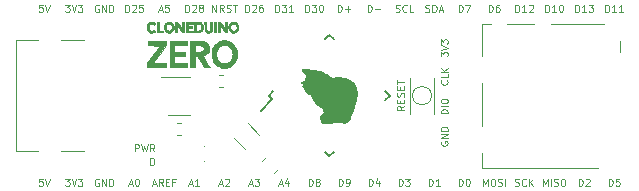
<source format=gbr>
%TF.GenerationSoftware,KiCad,Pcbnew,(5.1.6)-1*%
%TF.CreationDate,2022-07-03T21:07:17+08:00*%
%TF.ProjectId,cloneduino_zero,636c6f6e-6564-4756-996e-6f5f7a65726f,1.0*%
%TF.SameCoordinates,Original*%
%TF.FileFunction,Legend,Top*%
%TF.FilePolarity,Positive*%
%FSLAX46Y46*%
G04 Gerber Fmt 4.6, Leading zero omitted, Abs format (unit mm)*
G04 Created by KiCad (PCBNEW (5.1.6)-1) date 2022-07-03 21:07:17*
%MOMM*%
%LPD*%
G01*
G04 APERTURE LIST*
%ADD10C,0.100000*%
%ADD11C,0.120000*%
%ADD12C,0.150000*%
%ADD13C,0.010000*%
G04 APERTURE END LIST*
D10*
X79773428Y-95105428D02*
X79487714Y-95305428D01*
X79773428Y-95448285D02*
X79173428Y-95448285D01*
X79173428Y-95219714D01*
X79202000Y-95162571D01*
X79230571Y-95134000D01*
X79287714Y-95105428D01*
X79373428Y-95105428D01*
X79430571Y-95134000D01*
X79459142Y-95162571D01*
X79487714Y-95219714D01*
X79487714Y-95448285D01*
X79459142Y-94848285D02*
X79459142Y-94648285D01*
X79773428Y-94562571D02*
X79773428Y-94848285D01*
X79173428Y-94848285D01*
X79173428Y-94562571D01*
X79744857Y-94334000D02*
X79773428Y-94248285D01*
X79773428Y-94105428D01*
X79744857Y-94048285D01*
X79716285Y-94019714D01*
X79659142Y-93991142D01*
X79602000Y-93991142D01*
X79544857Y-94019714D01*
X79516285Y-94048285D01*
X79487714Y-94105428D01*
X79459142Y-94219714D01*
X79430571Y-94276857D01*
X79402000Y-94305428D01*
X79344857Y-94334000D01*
X79287714Y-94334000D01*
X79230571Y-94305428D01*
X79202000Y-94276857D01*
X79173428Y-94219714D01*
X79173428Y-94076857D01*
X79202000Y-93991142D01*
X79459142Y-93734000D02*
X79459142Y-93534000D01*
X79773428Y-93448285D02*
X79773428Y-93734000D01*
X79173428Y-93734000D01*
X79173428Y-93448285D01*
X79173428Y-93276857D02*
X79173428Y-92934000D01*
X79773428Y-93105428D02*
X79173428Y-93105428D01*
X53898857Y-86568000D02*
X53841714Y-86539428D01*
X53756000Y-86539428D01*
X53670285Y-86568000D01*
X53613142Y-86625142D01*
X53584571Y-86682285D01*
X53556000Y-86796571D01*
X53556000Y-86882285D01*
X53584571Y-86996571D01*
X53613142Y-87053714D01*
X53670285Y-87110857D01*
X53756000Y-87139428D01*
X53813142Y-87139428D01*
X53898857Y-87110857D01*
X53927428Y-87082285D01*
X53927428Y-86882285D01*
X53813142Y-86882285D01*
X54184571Y-87139428D02*
X54184571Y-86539428D01*
X54527428Y-87139428D01*
X54527428Y-86539428D01*
X54813142Y-87139428D02*
X54813142Y-86539428D01*
X54956000Y-86539428D01*
X55041714Y-86568000D01*
X55098857Y-86625142D01*
X55127428Y-86682285D01*
X55156000Y-86796571D01*
X55156000Y-86882285D01*
X55127428Y-86996571D01*
X55098857Y-87053714D01*
X55041714Y-87110857D01*
X54956000Y-87139428D01*
X54813142Y-87139428D01*
X66327428Y-87139428D02*
X66327428Y-86539428D01*
X66470285Y-86539428D01*
X66556000Y-86568000D01*
X66613142Y-86625142D01*
X66641714Y-86682285D01*
X66670285Y-86796571D01*
X66670285Y-86882285D01*
X66641714Y-86996571D01*
X66613142Y-87053714D01*
X66556000Y-87110857D01*
X66470285Y-87139428D01*
X66327428Y-87139428D01*
X66898857Y-86596571D02*
X66927428Y-86568000D01*
X66984571Y-86539428D01*
X67127428Y-86539428D01*
X67184571Y-86568000D01*
X67213142Y-86596571D01*
X67241714Y-86653714D01*
X67241714Y-86710857D01*
X67213142Y-86796571D01*
X66870285Y-87139428D01*
X67241714Y-87139428D01*
X67756000Y-86539428D02*
X67641714Y-86539428D01*
X67584571Y-86568000D01*
X67556000Y-86596571D01*
X67498857Y-86682285D01*
X67470285Y-86796571D01*
X67470285Y-87025142D01*
X67498857Y-87082285D01*
X67527428Y-87110857D01*
X67584571Y-87139428D01*
X67698857Y-87139428D01*
X67756000Y-87110857D01*
X67784571Y-87082285D01*
X67813142Y-87025142D01*
X67813142Y-86882285D01*
X67784571Y-86825142D01*
X67756000Y-86796571D01*
X67698857Y-86768000D01*
X67584571Y-86768000D01*
X67527428Y-86796571D01*
X67498857Y-86825142D01*
X67470285Y-86882285D01*
X86933142Y-87139428D02*
X86933142Y-86539428D01*
X87076000Y-86539428D01*
X87161714Y-86568000D01*
X87218857Y-86625142D01*
X87247428Y-86682285D01*
X87276000Y-86796571D01*
X87276000Y-86882285D01*
X87247428Y-86996571D01*
X87218857Y-87053714D01*
X87161714Y-87110857D01*
X87076000Y-87139428D01*
X86933142Y-87139428D01*
X87790285Y-86539428D02*
X87676000Y-86539428D01*
X87618857Y-86568000D01*
X87590285Y-86596571D01*
X87533142Y-86682285D01*
X87504571Y-86796571D01*
X87504571Y-87025142D01*
X87533142Y-87082285D01*
X87561714Y-87110857D01*
X87618857Y-87139428D01*
X87733142Y-87139428D01*
X87790285Y-87110857D01*
X87818857Y-87082285D01*
X87847428Y-87025142D01*
X87847428Y-86882285D01*
X87818857Y-86825142D01*
X87790285Y-86796571D01*
X87733142Y-86768000D01*
X87618857Y-86768000D01*
X87561714Y-86796571D01*
X87533142Y-86825142D01*
X87504571Y-86882285D01*
X61547428Y-101700000D02*
X61833142Y-101700000D01*
X61490285Y-101871428D02*
X61690285Y-101271428D01*
X61890285Y-101871428D01*
X62404571Y-101871428D02*
X62061714Y-101871428D01*
X62233142Y-101871428D02*
X62233142Y-101271428D01*
X62176000Y-101357142D01*
X62118857Y-101414285D01*
X62061714Y-101442857D01*
X89187428Y-87139428D02*
X89187428Y-86539428D01*
X89330285Y-86539428D01*
X89416000Y-86568000D01*
X89473142Y-86625142D01*
X89501714Y-86682285D01*
X89530285Y-86796571D01*
X89530285Y-86882285D01*
X89501714Y-86996571D01*
X89473142Y-87053714D01*
X89416000Y-87110857D01*
X89330285Y-87139428D01*
X89187428Y-87139428D01*
X90101714Y-87139428D02*
X89758857Y-87139428D01*
X89930285Y-87139428D02*
X89930285Y-86539428D01*
X89873142Y-86625142D01*
X89816000Y-86682285D01*
X89758857Y-86710857D01*
X90330285Y-86596571D02*
X90358857Y-86568000D01*
X90416000Y-86539428D01*
X90558857Y-86539428D01*
X90616000Y-86568000D01*
X90644571Y-86596571D01*
X90673142Y-86653714D01*
X90673142Y-86710857D01*
X90644571Y-86796571D01*
X90301714Y-87139428D01*
X90673142Y-87139428D01*
X66627428Y-101700000D02*
X66913142Y-101700000D01*
X66570285Y-101871428D02*
X66770285Y-101271428D01*
X66970285Y-101871428D01*
X67113142Y-101271428D02*
X67484571Y-101271428D01*
X67284571Y-101500000D01*
X67370285Y-101500000D01*
X67427428Y-101528571D01*
X67456000Y-101557142D01*
X67484571Y-101614285D01*
X67484571Y-101757142D01*
X67456000Y-101814285D01*
X67427428Y-101842857D01*
X67370285Y-101871428D01*
X67198857Y-101871428D01*
X67141714Y-101842857D01*
X67113142Y-101814285D01*
X49161714Y-101271428D02*
X48876000Y-101271428D01*
X48847428Y-101557142D01*
X48876000Y-101528571D01*
X48933142Y-101500000D01*
X49076000Y-101500000D01*
X49133142Y-101528571D01*
X49161714Y-101557142D01*
X49190285Y-101614285D01*
X49190285Y-101757142D01*
X49161714Y-101814285D01*
X49133142Y-101842857D01*
X49076000Y-101871428D01*
X48933142Y-101871428D01*
X48876000Y-101842857D01*
X48847428Y-101814285D01*
X49361714Y-101271428D02*
X49561714Y-101871428D01*
X49761714Y-101271428D01*
X58262857Y-100093428D02*
X58262857Y-99493428D01*
X58405714Y-99493428D01*
X58491428Y-99522000D01*
X58548571Y-99579142D01*
X58577142Y-99636285D01*
X58605714Y-99750571D01*
X58605714Y-99836285D01*
X58577142Y-99950571D01*
X58548571Y-100007714D01*
X58491428Y-100064857D01*
X58405714Y-100093428D01*
X58262857Y-100093428D01*
X81853142Y-101871428D02*
X81853142Y-101271428D01*
X81996000Y-101271428D01*
X82081714Y-101300000D01*
X82138857Y-101357142D01*
X82167428Y-101414285D01*
X82196000Y-101528571D01*
X82196000Y-101614285D01*
X82167428Y-101728571D01*
X82138857Y-101785714D01*
X82081714Y-101842857D01*
X81996000Y-101871428D01*
X81853142Y-101871428D01*
X82767428Y-101871428D02*
X82424571Y-101871428D01*
X82596000Y-101871428D02*
X82596000Y-101271428D01*
X82538857Y-101357142D01*
X82481714Y-101414285D01*
X82424571Y-101442857D01*
X71693142Y-101871428D02*
X71693142Y-101271428D01*
X71836000Y-101271428D01*
X71921714Y-101300000D01*
X71978857Y-101357142D01*
X72007428Y-101414285D01*
X72036000Y-101528571D01*
X72036000Y-101614285D01*
X72007428Y-101728571D01*
X71978857Y-101785714D01*
X71921714Y-101842857D01*
X71836000Y-101871428D01*
X71693142Y-101871428D01*
X72378857Y-101528571D02*
X72321714Y-101500000D01*
X72293142Y-101471428D01*
X72264571Y-101414285D01*
X72264571Y-101385714D01*
X72293142Y-101328571D01*
X72321714Y-101300000D01*
X72378857Y-101271428D01*
X72493142Y-101271428D01*
X72550285Y-101300000D01*
X72578857Y-101328571D01*
X72607428Y-101385714D01*
X72607428Y-101414285D01*
X72578857Y-101471428D01*
X72550285Y-101500000D01*
X72493142Y-101528571D01*
X72378857Y-101528571D01*
X72321714Y-101557142D01*
X72293142Y-101585714D01*
X72264571Y-101642857D01*
X72264571Y-101757142D01*
X72293142Y-101814285D01*
X72321714Y-101842857D01*
X72378857Y-101871428D01*
X72493142Y-101871428D01*
X72550285Y-101842857D01*
X72578857Y-101814285D01*
X72607428Y-101757142D01*
X72607428Y-101642857D01*
X72578857Y-101585714D01*
X72550285Y-101557142D01*
X72493142Y-101528571D01*
X56467428Y-101700000D02*
X56753142Y-101700000D01*
X56410285Y-101871428D02*
X56610285Y-101271428D01*
X56810285Y-101871428D01*
X57124571Y-101271428D02*
X57181714Y-101271428D01*
X57238857Y-101300000D01*
X57267428Y-101328571D01*
X57296000Y-101385714D01*
X57324571Y-101500000D01*
X57324571Y-101642857D01*
X57296000Y-101757142D01*
X57267428Y-101814285D01*
X57238857Y-101842857D01*
X57181714Y-101871428D01*
X57124571Y-101871428D01*
X57067428Y-101842857D01*
X57038857Y-101814285D01*
X57010285Y-101757142D01*
X56981714Y-101642857D01*
X56981714Y-101500000D01*
X57010285Y-101385714D01*
X57038857Y-101328571D01*
X57067428Y-101300000D01*
X57124571Y-101271428D01*
X82885000Y-98120142D02*
X82856428Y-98177285D01*
X82856428Y-98263000D01*
X82885000Y-98348714D01*
X82942142Y-98405857D01*
X82999285Y-98434428D01*
X83113571Y-98463000D01*
X83199285Y-98463000D01*
X83313571Y-98434428D01*
X83370714Y-98405857D01*
X83427857Y-98348714D01*
X83456428Y-98263000D01*
X83456428Y-98205857D01*
X83427857Y-98120142D01*
X83399285Y-98091571D01*
X83199285Y-98091571D01*
X83199285Y-98205857D01*
X83456428Y-97834428D02*
X82856428Y-97834428D01*
X83456428Y-97491571D01*
X82856428Y-97491571D01*
X83456428Y-97205857D02*
X82856428Y-97205857D01*
X82856428Y-97063000D01*
X82885000Y-96977285D01*
X82942142Y-96920142D01*
X82999285Y-96891571D01*
X83113571Y-96863000D01*
X83199285Y-96863000D01*
X83313571Y-96891571D01*
X83370714Y-96920142D01*
X83427857Y-96977285D01*
X83456428Y-97063000D01*
X83456428Y-97205857D01*
X59007428Y-86968000D02*
X59293142Y-86968000D01*
X58950285Y-87139428D02*
X59150285Y-86539428D01*
X59350285Y-87139428D01*
X59836000Y-86539428D02*
X59550285Y-86539428D01*
X59521714Y-86825142D01*
X59550285Y-86796571D01*
X59607428Y-86768000D01*
X59750285Y-86768000D01*
X59807428Y-86796571D01*
X59836000Y-86825142D01*
X59864571Y-86882285D01*
X59864571Y-87025142D01*
X59836000Y-87082285D01*
X59807428Y-87110857D01*
X59750285Y-87139428D01*
X59607428Y-87139428D01*
X59550285Y-87110857D01*
X59521714Y-87082285D01*
X74233142Y-101871428D02*
X74233142Y-101271428D01*
X74376000Y-101271428D01*
X74461714Y-101300000D01*
X74518857Y-101357142D01*
X74547428Y-101414285D01*
X74576000Y-101528571D01*
X74576000Y-101614285D01*
X74547428Y-101728571D01*
X74518857Y-101785714D01*
X74461714Y-101842857D01*
X74376000Y-101871428D01*
X74233142Y-101871428D01*
X74861714Y-101871428D02*
X74976000Y-101871428D01*
X75033142Y-101842857D01*
X75061714Y-101814285D01*
X75118857Y-101728571D01*
X75147428Y-101614285D01*
X75147428Y-101385714D01*
X75118857Y-101328571D01*
X75090285Y-101300000D01*
X75033142Y-101271428D01*
X74918857Y-101271428D01*
X74861714Y-101300000D01*
X74833142Y-101328571D01*
X74804571Y-101385714D01*
X74804571Y-101528571D01*
X74833142Y-101585714D01*
X74861714Y-101614285D01*
X74918857Y-101642857D01*
X75033142Y-101642857D01*
X75090285Y-101614285D01*
X75118857Y-101585714D01*
X75147428Y-101528571D01*
X86433142Y-101871428D02*
X86433142Y-101271428D01*
X86633142Y-101700000D01*
X86833142Y-101271428D01*
X86833142Y-101871428D01*
X87233142Y-101271428D02*
X87347428Y-101271428D01*
X87404571Y-101300000D01*
X87461714Y-101357142D01*
X87490285Y-101471428D01*
X87490285Y-101671428D01*
X87461714Y-101785714D01*
X87404571Y-101842857D01*
X87347428Y-101871428D01*
X87233142Y-101871428D01*
X87176000Y-101842857D01*
X87118857Y-101785714D01*
X87090285Y-101671428D01*
X87090285Y-101471428D01*
X87118857Y-101357142D01*
X87176000Y-101300000D01*
X87233142Y-101271428D01*
X87718857Y-101842857D02*
X87804571Y-101871428D01*
X87947428Y-101871428D01*
X88004571Y-101842857D01*
X88033142Y-101814285D01*
X88061714Y-101757142D01*
X88061714Y-101700000D01*
X88033142Y-101642857D01*
X88004571Y-101614285D01*
X87947428Y-101585714D01*
X87833142Y-101557142D01*
X87776000Y-101528571D01*
X87747428Y-101500000D01*
X87718857Y-101442857D01*
X87718857Y-101385714D01*
X87747428Y-101328571D01*
X87776000Y-101300000D01*
X87833142Y-101271428D01*
X87976000Y-101271428D01*
X88061714Y-101300000D01*
X88318857Y-101871428D02*
X88318857Y-101271428D01*
X79313142Y-101871428D02*
X79313142Y-101271428D01*
X79456000Y-101271428D01*
X79541714Y-101300000D01*
X79598857Y-101357142D01*
X79627428Y-101414285D01*
X79656000Y-101528571D01*
X79656000Y-101614285D01*
X79627428Y-101728571D01*
X79598857Y-101785714D01*
X79541714Y-101842857D01*
X79456000Y-101871428D01*
X79313142Y-101871428D01*
X79856000Y-101271428D02*
X80227428Y-101271428D01*
X80027428Y-101500000D01*
X80113142Y-101500000D01*
X80170285Y-101528571D01*
X80198857Y-101557142D01*
X80227428Y-101614285D01*
X80227428Y-101757142D01*
X80198857Y-101814285D01*
X80170285Y-101842857D01*
X80113142Y-101871428D01*
X79941714Y-101871428D01*
X79884571Y-101842857D01*
X79856000Y-101814285D01*
X76687428Y-87139428D02*
X76687428Y-86539428D01*
X76830285Y-86539428D01*
X76916000Y-86568000D01*
X76973142Y-86625142D01*
X77001714Y-86682285D01*
X77030285Y-86796571D01*
X77030285Y-86882285D01*
X77001714Y-86996571D01*
X76973142Y-87053714D01*
X76916000Y-87110857D01*
X76830285Y-87139428D01*
X76687428Y-87139428D01*
X77287428Y-86910857D02*
X77744571Y-86910857D01*
X58464571Y-101700000D02*
X58750285Y-101700000D01*
X58407428Y-101871428D02*
X58607428Y-101271428D01*
X58807428Y-101871428D01*
X59350285Y-101871428D02*
X59150285Y-101585714D01*
X59007428Y-101871428D02*
X59007428Y-101271428D01*
X59236000Y-101271428D01*
X59293142Y-101300000D01*
X59321714Y-101328571D01*
X59350285Y-101385714D01*
X59350285Y-101471428D01*
X59321714Y-101528571D01*
X59293142Y-101557142D01*
X59236000Y-101585714D01*
X59007428Y-101585714D01*
X59607428Y-101557142D02*
X59807428Y-101557142D01*
X59893142Y-101871428D02*
X59607428Y-101871428D01*
X59607428Y-101271428D01*
X59893142Y-101271428D01*
X60350285Y-101557142D02*
X60150285Y-101557142D01*
X60150285Y-101871428D02*
X60150285Y-101271428D01*
X60436000Y-101271428D01*
X82856428Y-90912857D02*
X82856428Y-90541428D01*
X83085000Y-90741428D01*
X83085000Y-90655714D01*
X83113571Y-90598571D01*
X83142142Y-90570000D01*
X83199285Y-90541428D01*
X83342142Y-90541428D01*
X83399285Y-90570000D01*
X83427857Y-90598571D01*
X83456428Y-90655714D01*
X83456428Y-90827142D01*
X83427857Y-90884285D01*
X83399285Y-90912857D01*
X82856428Y-90370000D02*
X83456428Y-90170000D01*
X82856428Y-89970000D01*
X82856428Y-89827142D02*
X82856428Y-89455714D01*
X83085000Y-89655714D01*
X83085000Y-89570000D01*
X83113571Y-89512857D01*
X83142142Y-89484285D01*
X83199285Y-89455714D01*
X83342142Y-89455714D01*
X83399285Y-89484285D01*
X83427857Y-89512857D01*
X83456428Y-89570000D01*
X83456428Y-89741428D01*
X83427857Y-89798571D01*
X83399285Y-89827142D01*
X83456428Y-95737285D02*
X82856428Y-95737285D01*
X82856428Y-95594428D01*
X82885000Y-95508714D01*
X82942142Y-95451571D01*
X82999285Y-95423000D01*
X83113571Y-95394428D01*
X83199285Y-95394428D01*
X83313571Y-95423000D01*
X83370714Y-95451571D01*
X83427857Y-95508714D01*
X83456428Y-95594428D01*
X83456428Y-95737285D01*
X83456428Y-95137285D02*
X82856428Y-95137285D01*
X82856428Y-94737285D02*
X82856428Y-94623000D01*
X82885000Y-94565857D01*
X82942142Y-94508714D01*
X83056428Y-94480142D01*
X83256428Y-94480142D01*
X83370714Y-94508714D01*
X83427857Y-94565857D01*
X83456428Y-94623000D01*
X83456428Y-94737285D01*
X83427857Y-94794428D01*
X83370714Y-94851571D01*
X83256428Y-94880142D01*
X83056428Y-94880142D01*
X82942142Y-94851571D01*
X82885000Y-94794428D01*
X82856428Y-94737285D01*
X51073142Y-101271428D02*
X51444571Y-101271428D01*
X51244571Y-101500000D01*
X51330285Y-101500000D01*
X51387428Y-101528571D01*
X51416000Y-101557142D01*
X51444571Y-101614285D01*
X51444571Y-101757142D01*
X51416000Y-101814285D01*
X51387428Y-101842857D01*
X51330285Y-101871428D01*
X51158857Y-101871428D01*
X51101714Y-101842857D01*
X51073142Y-101814285D01*
X51616000Y-101271428D02*
X51816000Y-101871428D01*
X52016000Y-101271428D01*
X52158857Y-101271428D02*
X52530285Y-101271428D01*
X52330285Y-101500000D01*
X52416000Y-101500000D01*
X52473142Y-101528571D01*
X52501714Y-101557142D01*
X52530285Y-101614285D01*
X52530285Y-101757142D01*
X52501714Y-101814285D01*
X52473142Y-101842857D01*
X52416000Y-101871428D01*
X52244571Y-101871428D01*
X52187428Y-101842857D01*
X52158857Y-101814285D01*
X79041714Y-87110857D02*
X79127428Y-87139428D01*
X79270285Y-87139428D01*
X79327428Y-87110857D01*
X79356000Y-87082285D01*
X79384571Y-87025142D01*
X79384571Y-86968000D01*
X79356000Y-86910857D01*
X79327428Y-86882285D01*
X79270285Y-86853714D01*
X79156000Y-86825142D01*
X79098857Y-86796571D01*
X79070285Y-86768000D01*
X79041714Y-86710857D01*
X79041714Y-86653714D01*
X79070285Y-86596571D01*
X79098857Y-86568000D01*
X79156000Y-86539428D01*
X79298857Y-86539428D01*
X79384571Y-86568000D01*
X79984571Y-87082285D02*
X79956000Y-87110857D01*
X79870285Y-87139428D01*
X79813142Y-87139428D01*
X79727428Y-87110857D01*
X79670285Y-87053714D01*
X79641714Y-86996571D01*
X79613142Y-86882285D01*
X79613142Y-86796571D01*
X79641714Y-86682285D01*
X79670285Y-86625142D01*
X79727428Y-86568000D01*
X79813142Y-86539428D01*
X79870285Y-86539428D01*
X79956000Y-86568000D01*
X79984571Y-86596571D01*
X80527428Y-87139428D02*
X80241714Y-87139428D01*
X80241714Y-86539428D01*
X81567428Y-87110857D02*
X81653142Y-87139428D01*
X81796000Y-87139428D01*
X81853142Y-87110857D01*
X81881714Y-87082285D01*
X81910285Y-87025142D01*
X81910285Y-86968000D01*
X81881714Y-86910857D01*
X81853142Y-86882285D01*
X81796000Y-86853714D01*
X81681714Y-86825142D01*
X81624571Y-86796571D01*
X81596000Y-86768000D01*
X81567428Y-86710857D01*
X81567428Y-86653714D01*
X81596000Y-86596571D01*
X81624571Y-86568000D01*
X81681714Y-86539428D01*
X81824571Y-86539428D01*
X81910285Y-86568000D01*
X82167428Y-87139428D02*
X82167428Y-86539428D01*
X82310285Y-86539428D01*
X82396000Y-86568000D01*
X82453142Y-86625142D01*
X82481714Y-86682285D01*
X82510285Y-86796571D01*
X82510285Y-86882285D01*
X82481714Y-86996571D01*
X82453142Y-87053714D01*
X82396000Y-87110857D01*
X82310285Y-87139428D01*
X82167428Y-87139428D01*
X82738857Y-86968000D02*
X83024571Y-86968000D01*
X82681714Y-87139428D02*
X82881714Y-86539428D01*
X83081714Y-87139428D01*
X76773142Y-101871428D02*
X76773142Y-101271428D01*
X76916000Y-101271428D01*
X77001714Y-101300000D01*
X77058857Y-101357142D01*
X77087428Y-101414285D01*
X77116000Y-101528571D01*
X77116000Y-101614285D01*
X77087428Y-101728571D01*
X77058857Y-101785714D01*
X77001714Y-101842857D01*
X76916000Y-101871428D01*
X76773142Y-101871428D01*
X77630285Y-101471428D02*
X77630285Y-101871428D01*
X77487428Y-101242857D02*
X77344571Y-101671428D01*
X77716000Y-101671428D01*
X63530285Y-87139428D02*
X63530285Y-86539428D01*
X63873142Y-87139428D01*
X63873142Y-86539428D01*
X64501714Y-87139428D02*
X64301714Y-86853714D01*
X64158857Y-87139428D02*
X64158857Y-86539428D01*
X64387428Y-86539428D01*
X64444571Y-86568000D01*
X64473142Y-86596571D01*
X64501714Y-86653714D01*
X64501714Y-86739428D01*
X64473142Y-86796571D01*
X64444571Y-86825142D01*
X64387428Y-86853714D01*
X64158857Y-86853714D01*
X64730285Y-87110857D02*
X64816000Y-87139428D01*
X64958857Y-87139428D01*
X65016000Y-87110857D01*
X65044571Y-87082285D01*
X65073142Y-87025142D01*
X65073142Y-86968000D01*
X65044571Y-86910857D01*
X65016000Y-86882285D01*
X64958857Y-86853714D01*
X64844571Y-86825142D01*
X64787428Y-86796571D01*
X64758857Y-86768000D01*
X64730285Y-86710857D01*
X64730285Y-86653714D01*
X64758857Y-86596571D01*
X64787428Y-86568000D01*
X64844571Y-86539428D01*
X64987428Y-86539428D01*
X65073142Y-86568000D01*
X65244571Y-86539428D02*
X65587428Y-86539428D01*
X65416000Y-87139428D02*
X65416000Y-86539428D01*
X97093142Y-101871428D02*
X97093142Y-101271428D01*
X97236000Y-101271428D01*
X97321714Y-101300000D01*
X97378857Y-101357142D01*
X97407428Y-101414285D01*
X97436000Y-101528571D01*
X97436000Y-101614285D01*
X97407428Y-101728571D01*
X97378857Y-101785714D01*
X97321714Y-101842857D01*
X97236000Y-101871428D01*
X97093142Y-101871428D01*
X97978857Y-101271428D02*
X97693142Y-101271428D01*
X97664571Y-101557142D01*
X97693142Y-101528571D01*
X97750285Y-101500000D01*
X97893142Y-101500000D01*
X97950285Y-101528571D01*
X97978857Y-101557142D01*
X98007428Y-101614285D01*
X98007428Y-101757142D01*
X97978857Y-101814285D01*
X97950285Y-101842857D01*
X97893142Y-101871428D01*
X97750285Y-101871428D01*
X97693142Y-101842857D01*
X97664571Y-101814285D01*
X91513142Y-101871428D02*
X91513142Y-101271428D01*
X91713142Y-101700000D01*
X91913142Y-101271428D01*
X91913142Y-101871428D01*
X92198857Y-101871428D02*
X92198857Y-101271428D01*
X92456000Y-101842857D02*
X92541714Y-101871428D01*
X92684571Y-101871428D01*
X92741714Y-101842857D01*
X92770285Y-101814285D01*
X92798857Y-101757142D01*
X92798857Y-101700000D01*
X92770285Y-101642857D01*
X92741714Y-101614285D01*
X92684571Y-101585714D01*
X92570285Y-101557142D01*
X92513142Y-101528571D01*
X92484571Y-101500000D01*
X92456000Y-101442857D01*
X92456000Y-101385714D01*
X92484571Y-101328571D01*
X92513142Y-101300000D01*
X92570285Y-101271428D01*
X92713142Y-101271428D01*
X92798857Y-101300000D01*
X93170285Y-101271428D02*
X93284571Y-101271428D01*
X93341714Y-101300000D01*
X93398857Y-101357142D01*
X93427428Y-101471428D01*
X93427428Y-101671428D01*
X93398857Y-101785714D01*
X93341714Y-101842857D01*
X93284571Y-101871428D01*
X93170285Y-101871428D01*
X93113142Y-101842857D01*
X93056000Y-101785714D01*
X93027428Y-101671428D01*
X93027428Y-101471428D01*
X93056000Y-101357142D01*
X93113142Y-101300000D01*
X93170285Y-101271428D01*
X94553142Y-101871428D02*
X94553142Y-101271428D01*
X94696000Y-101271428D01*
X94781714Y-101300000D01*
X94838857Y-101357142D01*
X94867428Y-101414285D01*
X94896000Y-101528571D01*
X94896000Y-101614285D01*
X94867428Y-101728571D01*
X94838857Y-101785714D01*
X94781714Y-101842857D01*
X94696000Y-101871428D01*
X94553142Y-101871428D01*
X95124571Y-101328571D02*
X95153142Y-101300000D01*
X95210285Y-101271428D01*
X95353142Y-101271428D01*
X95410285Y-101300000D01*
X95438857Y-101328571D01*
X95467428Y-101385714D01*
X95467428Y-101442857D01*
X95438857Y-101528571D01*
X95096000Y-101871428D01*
X95467428Y-101871428D01*
X64087428Y-101700000D02*
X64373142Y-101700000D01*
X64030285Y-101871428D02*
X64230285Y-101271428D01*
X64430285Y-101871428D01*
X64601714Y-101328571D02*
X64630285Y-101300000D01*
X64687428Y-101271428D01*
X64830285Y-101271428D01*
X64887428Y-101300000D01*
X64916000Y-101328571D01*
X64944571Y-101385714D01*
X64944571Y-101442857D01*
X64916000Y-101528571D01*
X64573142Y-101871428D01*
X64944571Y-101871428D01*
X68867428Y-87139428D02*
X68867428Y-86539428D01*
X69010285Y-86539428D01*
X69096000Y-86568000D01*
X69153142Y-86625142D01*
X69181714Y-86682285D01*
X69210285Y-86796571D01*
X69210285Y-86882285D01*
X69181714Y-86996571D01*
X69153142Y-87053714D01*
X69096000Y-87110857D01*
X69010285Y-87139428D01*
X68867428Y-87139428D01*
X69410285Y-86539428D02*
X69781714Y-86539428D01*
X69581714Y-86768000D01*
X69667428Y-86768000D01*
X69724571Y-86796571D01*
X69753142Y-86825142D01*
X69781714Y-86882285D01*
X69781714Y-87025142D01*
X69753142Y-87082285D01*
X69724571Y-87110857D01*
X69667428Y-87139428D01*
X69496000Y-87139428D01*
X69438857Y-87110857D01*
X69410285Y-87082285D01*
X70353142Y-87139428D02*
X70010285Y-87139428D01*
X70181714Y-87139428D02*
X70181714Y-86539428D01*
X70124571Y-86625142D01*
X70067428Y-86682285D01*
X70010285Y-86710857D01*
X84393142Y-87139428D02*
X84393142Y-86539428D01*
X84536000Y-86539428D01*
X84621714Y-86568000D01*
X84678857Y-86625142D01*
X84707428Y-86682285D01*
X84736000Y-86796571D01*
X84736000Y-86882285D01*
X84707428Y-86996571D01*
X84678857Y-87053714D01*
X84621714Y-87110857D01*
X84536000Y-87139428D01*
X84393142Y-87139428D01*
X84936000Y-86539428D02*
X85336000Y-86539428D01*
X85078857Y-87139428D01*
X96807428Y-87139428D02*
X96807428Y-86539428D01*
X96950285Y-86539428D01*
X97036000Y-86568000D01*
X97093142Y-86625142D01*
X97121714Y-86682285D01*
X97150285Y-86796571D01*
X97150285Y-86882285D01*
X97121714Y-86996571D01*
X97093142Y-87053714D01*
X97036000Y-87110857D01*
X96950285Y-87139428D01*
X96807428Y-87139428D01*
X97721714Y-87139428D02*
X97378857Y-87139428D01*
X97550285Y-87139428D02*
X97550285Y-86539428D01*
X97493142Y-86625142D01*
X97436000Y-86682285D01*
X97378857Y-86710857D01*
X98293142Y-87139428D02*
X97950285Y-87139428D01*
X98121714Y-87139428D02*
X98121714Y-86539428D01*
X98064571Y-86625142D01*
X98007428Y-86682285D01*
X97950285Y-86710857D01*
X61247428Y-87139428D02*
X61247428Y-86539428D01*
X61390285Y-86539428D01*
X61476000Y-86568000D01*
X61533142Y-86625142D01*
X61561714Y-86682285D01*
X61590285Y-86796571D01*
X61590285Y-86882285D01*
X61561714Y-86996571D01*
X61533142Y-87053714D01*
X61476000Y-87110857D01*
X61390285Y-87139428D01*
X61247428Y-87139428D01*
X61818857Y-86596571D02*
X61847428Y-86568000D01*
X61904571Y-86539428D01*
X62047428Y-86539428D01*
X62104571Y-86568000D01*
X62133142Y-86596571D01*
X62161714Y-86653714D01*
X62161714Y-86710857D01*
X62133142Y-86796571D01*
X61790285Y-87139428D01*
X62161714Y-87139428D01*
X62504571Y-86796571D02*
X62447428Y-86768000D01*
X62418857Y-86739428D01*
X62390285Y-86682285D01*
X62390285Y-86653714D01*
X62418857Y-86596571D01*
X62447428Y-86568000D01*
X62504571Y-86539428D01*
X62618857Y-86539428D01*
X62676000Y-86568000D01*
X62704571Y-86596571D01*
X62733142Y-86653714D01*
X62733142Y-86682285D01*
X62704571Y-86739428D01*
X62676000Y-86768000D01*
X62618857Y-86796571D01*
X62504571Y-86796571D01*
X62447428Y-86825142D01*
X62418857Y-86853714D01*
X62390285Y-86910857D01*
X62390285Y-87025142D01*
X62418857Y-87082285D01*
X62447428Y-87110857D01*
X62504571Y-87139428D01*
X62618857Y-87139428D01*
X62676000Y-87110857D01*
X62704571Y-87082285D01*
X62733142Y-87025142D01*
X62733142Y-86910857D01*
X62704571Y-86853714D01*
X62676000Y-86825142D01*
X62618857Y-86796571D01*
X84393142Y-101871428D02*
X84393142Y-101271428D01*
X84536000Y-101271428D01*
X84621714Y-101300000D01*
X84678857Y-101357142D01*
X84707428Y-101414285D01*
X84736000Y-101528571D01*
X84736000Y-101614285D01*
X84707428Y-101728571D01*
X84678857Y-101785714D01*
X84621714Y-101842857D01*
X84536000Y-101871428D01*
X84393142Y-101871428D01*
X85107428Y-101271428D02*
X85164571Y-101271428D01*
X85221714Y-101300000D01*
X85250285Y-101328571D01*
X85278857Y-101385714D01*
X85307428Y-101500000D01*
X85307428Y-101642857D01*
X85278857Y-101757142D01*
X85250285Y-101814285D01*
X85221714Y-101842857D01*
X85164571Y-101871428D01*
X85107428Y-101871428D01*
X85050285Y-101842857D01*
X85021714Y-101814285D01*
X84993142Y-101757142D01*
X84964571Y-101642857D01*
X84964571Y-101500000D01*
X84993142Y-101385714D01*
X85021714Y-101328571D01*
X85050285Y-101300000D01*
X85107428Y-101271428D01*
X49161714Y-86539428D02*
X48876000Y-86539428D01*
X48847428Y-86825142D01*
X48876000Y-86796571D01*
X48933142Y-86768000D01*
X49076000Y-86768000D01*
X49133142Y-86796571D01*
X49161714Y-86825142D01*
X49190285Y-86882285D01*
X49190285Y-87025142D01*
X49161714Y-87082285D01*
X49133142Y-87110857D01*
X49076000Y-87139428D01*
X48933142Y-87139428D01*
X48876000Y-87110857D01*
X48847428Y-87082285D01*
X49361714Y-86539428D02*
X49561714Y-87139428D01*
X49761714Y-86539428D01*
X89144571Y-101842857D02*
X89230285Y-101871428D01*
X89373142Y-101871428D01*
X89430285Y-101842857D01*
X89458857Y-101814285D01*
X89487428Y-101757142D01*
X89487428Y-101700000D01*
X89458857Y-101642857D01*
X89430285Y-101614285D01*
X89373142Y-101585714D01*
X89258857Y-101557142D01*
X89201714Y-101528571D01*
X89173142Y-101500000D01*
X89144571Y-101442857D01*
X89144571Y-101385714D01*
X89173142Y-101328571D01*
X89201714Y-101300000D01*
X89258857Y-101271428D01*
X89401714Y-101271428D01*
X89487428Y-101300000D01*
X90087428Y-101814285D02*
X90058857Y-101842857D01*
X89973142Y-101871428D01*
X89916000Y-101871428D01*
X89830285Y-101842857D01*
X89773142Y-101785714D01*
X89744571Y-101728571D01*
X89716000Y-101614285D01*
X89716000Y-101528571D01*
X89744571Y-101414285D01*
X89773142Y-101357142D01*
X89830285Y-101300000D01*
X89916000Y-101271428D01*
X89973142Y-101271428D01*
X90058857Y-101300000D01*
X90087428Y-101328571D01*
X90344571Y-101871428D02*
X90344571Y-101271428D01*
X90687428Y-101871428D02*
X90430285Y-101528571D01*
X90687428Y-101271428D02*
X90344571Y-101614285D01*
X56167428Y-87139428D02*
X56167428Y-86539428D01*
X56310285Y-86539428D01*
X56396000Y-86568000D01*
X56453142Y-86625142D01*
X56481714Y-86682285D01*
X56510285Y-86796571D01*
X56510285Y-86882285D01*
X56481714Y-86996571D01*
X56453142Y-87053714D01*
X56396000Y-87110857D01*
X56310285Y-87139428D01*
X56167428Y-87139428D01*
X56738857Y-86596571D02*
X56767428Y-86568000D01*
X56824571Y-86539428D01*
X56967428Y-86539428D01*
X57024571Y-86568000D01*
X57053142Y-86596571D01*
X57081714Y-86653714D01*
X57081714Y-86710857D01*
X57053142Y-86796571D01*
X56710285Y-87139428D01*
X57081714Y-87139428D01*
X57624571Y-86539428D02*
X57338857Y-86539428D01*
X57310285Y-86825142D01*
X57338857Y-86796571D01*
X57396000Y-86768000D01*
X57538857Y-86768000D01*
X57596000Y-86796571D01*
X57624571Y-86825142D01*
X57653142Y-86882285D01*
X57653142Y-87025142D01*
X57624571Y-87082285D01*
X57596000Y-87110857D01*
X57538857Y-87139428D01*
X57396000Y-87139428D01*
X57338857Y-87110857D01*
X57310285Y-87082285D01*
X71407428Y-87139428D02*
X71407428Y-86539428D01*
X71550285Y-86539428D01*
X71636000Y-86568000D01*
X71693142Y-86625142D01*
X71721714Y-86682285D01*
X71750285Y-86796571D01*
X71750285Y-86882285D01*
X71721714Y-86996571D01*
X71693142Y-87053714D01*
X71636000Y-87110857D01*
X71550285Y-87139428D01*
X71407428Y-87139428D01*
X71950285Y-86539428D02*
X72321714Y-86539428D01*
X72121714Y-86768000D01*
X72207428Y-86768000D01*
X72264571Y-86796571D01*
X72293142Y-86825142D01*
X72321714Y-86882285D01*
X72321714Y-87025142D01*
X72293142Y-87082285D01*
X72264571Y-87110857D01*
X72207428Y-87139428D01*
X72036000Y-87139428D01*
X71978857Y-87110857D01*
X71950285Y-87082285D01*
X72693142Y-86539428D02*
X72750285Y-86539428D01*
X72807428Y-86568000D01*
X72836000Y-86596571D01*
X72864571Y-86653714D01*
X72893142Y-86768000D01*
X72893142Y-86910857D01*
X72864571Y-87025142D01*
X72836000Y-87082285D01*
X72807428Y-87110857D01*
X72750285Y-87139428D01*
X72693142Y-87139428D01*
X72636000Y-87110857D01*
X72607428Y-87082285D01*
X72578857Y-87025142D01*
X72550285Y-86910857D01*
X72550285Y-86768000D01*
X72578857Y-86653714D01*
X72607428Y-86596571D01*
X72636000Y-86568000D01*
X72693142Y-86539428D01*
X91727428Y-87139428D02*
X91727428Y-86539428D01*
X91870285Y-86539428D01*
X91956000Y-86568000D01*
X92013142Y-86625142D01*
X92041714Y-86682285D01*
X92070285Y-86796571D01*
X92070285Y-86882285D01*
X92041714Y-86996571D01*
X92013142Y-87053714D01*
X91956000Y-87110857D01*
X91870285Y-87139428D01*
X91727428Y-87139428D01*
X92641714Y-87139428D02*
X92298857Y-87139428D01*
X92470285Y-87139428D02*
X92470285Y-86539428D01*
X92413142Y-86625142D01*
X92356000Y-86682285D01*
X92298857Y-86710857D01*
X93013142Y-86539428D02*
X93070285Y-86539428D01*
X93127428Y-86568000D01*
X93156000Y-86596571D01*
X93184571Y-86653714D01*
X93213142Y-86768000D01*
X93213142Y-86910857D01*
X93184571Y-87025142D01*
X93156000Y-87082285D01*
X93127428Y-87110857D01*
X93070285Y-87139428D01*
X93013142Y-87139428D01*
X92956000Y-87110857D01*
X92927428Y-87082285D01*
X92898857Y-87025142D01*
X92870285Y-86910857D01*
X92870285Y-86768000D01*
X92898857Y-86653714D01*
X92927428Y-86596571D01*
X92956000Y-86568000D01*
X93013142Y-86539428D01*
X53898857Y-101300000D02*
X53841714Y-101271428D01*
X53756000Y-101271428D01*
X53670285Y-101300000D01*
X53613142Y-101357142D01*
X53584571Y-101414285D01*
X53556000Y-101528571D01*
X53556000Y-101614285D01*
X53584571Y-101728571D01*
X53613142Y-101785714D01*
X53670285Y-101842857D01*
X53756000Y-101871428D01*
X53813142Y-101871428D01*
X53898857Y-101842857D01*
X53927428Y-101814285D01*
X53927428Y-101614285D01*
X53813142Y-101614285D01*
X54184571Y-101871428D02*
X54184571Y-101271428D01*
X54527428Y-101871428D01*
X54527428Y-101271428D01*
X54813142Y-101871428D02*
X54813142Y-101271428D01*
X54956000Y-101271428D01*
X55041714Y-101300000D01*
X55098857Y-101357142D01*
X55127428Y-101414285D01*
X55156000Y-101528571D01*
X55156000Y-101614285D01*
X55127428Y-101728571D01*
X55098857Y-101785714D01*
X55041714Y-101842857D01*
X54956000Y-101871428D01*
X54813142Y-101871428D01*
X56985000Y-98950428D02*
X56985000Y-98350428D01*
X57213571Y-98350428D01*
X57270714Y-98379000D01*
X57299285Y-98407571D01*
X57327857Y-98464714D01*
X57327857Y-98550428D01*
X57299285Y-98607571D01*
X57270714Y-98636142D01*
X57213571Y-98664714D01*
X56985000Y-98664714D01*
X57527857Y-98350428D02*
X57670714Y-98950428D01*
X57785000Y-98521857D01*
X57899285Y-98950428D01*
X58042142Y-98350428D01*
X58613571Y-98950428D02*
X58413571Y-98664714D01*
X58270714Y-98950428D02*
X58270714Y-98350428D01*
X58499285Y-98350428D01*
X58556428Y-98379000D01*
X58585000Y-98407571D01*
X58613571Y-98464714D01*
X58613571Y-98550428D01*
X58585000Y-98607571D01*
X58556428Y-98636142D01*
X58499285Y-98664714D01*
X58270714Y-98664714D01*
X83399285Y-92940142D02*
X83427857Y-92968714D01*
X83456428Y-93054428D01*
X83456428Y-93111571D01*
X83427857Y-93197285D01*
X83370714Y-93254428D01*
X83313571Y-93283000D01*
X83199285Y-93311571D01*
X83113571Y-93311571D01*
X82999285Y-93283000D01*
X82942142Y-93254428D01*
X82885000Y-93197285D01*
X82856428Y-93111571D01*
X82856428Y-93054428D01*
X82885000Y-92968714D01*
X82913571Y-92940142D01*
X83456428Y-92397285D02*
X83456428Y-92683000D01*
X82856428Y-92683000D01*
X83456428Y-92197285D02*
X82856428Y-92197285D01*
X83456428Y-91854428D02*
X83113571Y-92111571D01*
X82856428Y-91854428D02*
X83199285Y-92197285D01*
X74147428Y-87139428D02*
X74147428Y-86539428D01*
X74290285Y-86539428D01*
X74376000Y-86568000D01*
X74433142Y-86625142D01*
X74461714Y-86682285D01*
X74490285Y-86796571D01*
X74490285Y-86882285D01*
X74461714Y-86996571D01*
X74433142Y-87053714D01*
X74376000Y-87110857D01*
X74290285Y-87139428D01*
X74147428Y-87139428D01*
X74747428Y-86910857D02*
X75204571Y-86910857D01*
X74976000Y-87139428D02*
X74976000Y-86682285D01*
X94267428Y-87139428D02*
X94267428Y-86539428D01*
X94410285Y-86539428D01*
X94496000Y-86568000D01*
X94553142Y-86625142D01*
X94581714Y-86682285D01*
X94610285Y-86796571D01*
X94610285Y-86882285D01*
X94581714Y-86996571D01*
X94553142Y-87053714D01*
X94496000Y-87110857D01*
X94410285Y-87139428D01*
X94267428Y-87139428D01*
X95181714Y-87139428D02*
X94838857Y-87139428D01*
X95010285Y-87139428D02*
X95010285Y-86539428D01*
X94953142Y-86625142D01*
X94896000Y-86682285D01*
X94838857Y-86710857D01*
X95381714Y-86539428D02*
X95753142Y-86539428D01*
X95553142Y-86768000D01*
X95638857Y-86768000D01*
X95696000Y-86796571D01*
X95724571Y-86825142D01*
X95753142Y-86882285D01*
X95753142Y-87025142D01*
X95724571Y-87082285D01*
X95696000Y-87110857D01*
X95638857Y-87139428D01*
X95467428Y-87139428D01*
X95410285Y-87110857D01*
X95381714Y-87082285D01*
X69167428Y-101700000D02*
X69453142Y-101700000D01*
X69110285Y-101871428D02*
X69310285Y-101271428D01*
X69510285Y-101871428D01*
X69967428Y-101471428D02*
X69967428Y-101871428D01*
X69824571Y-101242857D02*
X69681714Y-101671428D01*
X70053142Y-101671428D01*
X51073142Y-86539428D02*
X51444571Y-86539428D01*
X51244571Y-86768000D01*
X51330285Y-86768000D01*
X51387428Y-86796571D01*
X51416000Y-86825142D01*
X51444571Y-86882285D01*
X51444571Y-87025142D01*
X51416000Y-87082285D01*
X51387428Y-87110857D01*
X51330285Y-87139428D01*
X51158857Y-87139428D01*
X51101714Y-87110857D01*
X51073142Y-87082285D01*
X51616000Y-86539428D02*
X51816000Y-87139428D01*
X52016000Y-86539428D01*
X52158857Y-86539428D02*
X52530285Y-86539428D01*
X52330285Y-86768000D01*
X52416000Y-86768000D01*
X52473142Y-86796571D01*
X52501714Y-86825142D01*
X52530285Y-86882285D01*
X52530285Y-87025142D01*
X52501714Y-87082285D01*
X52473142Y-87110857D01*
X52416000Y-87139428D01*
X52244571Y-87139428D01*
X52187428Y-87110857D01*
X52158857Y-87082285D01*
D11*
%TO.C,C6*%
X60517721Y-97538000D02*
X60843279Y-97538000D01*
X60517721Y-96518000D02*
X60843279Y-96518000D01*
%TO.C,C8*%
X64124721Y-93474000D02*
X64450279Y-93474000D01*
X64124721Y-92454000D02*
X64450279Y-92454000D01*
D12*
%TO.C,U2*%
X68591625Y-94529871D02*
X67619353Y-95502143D01*
X73417629Y-89102827D02*
X73046398Y-89474058D01*
X78544153Y-94229351D02*
X78172922Y-94600582D01*
X73417629Y-99355875D02*
X73788860Y-98984644D01*
X68291105Y-94229351D02*
X68662336Y-93858120D01*
X73417629Y-99355875D02*
X73046398Y-98984644D01*
X78544153Y-94229351D02*
X78172922Y-93858120D01*
X73417629Y-89102827D02*
X73788860Y-89474058D01*
X68291105Y-94229351D02*
X68591625Y-94529871D01*
D11*
%TO.C,Y1*%
X66284696Y-98764133D02*
X65330101Y-97809538D01*
X67522133Y-97526696D02*
X66567538Y-96572101D01*
%TO.C,U1*%
X61606000Y-92624000D02*
X59156000Y-92624000D01*
X59806000Y-95844000D02*
X61606000Y-95844000D01*
D10*
%TO.C,D1*%
X62839000Y-99822000D02*
G75*
G03*
X62839000Y-99822000I-50000J0D01*
G01*
D11*
%TO.C,J1*%
X46900000Y-89534000D02*
X46900000Y-98934000D01*
X52700000Y-98934000D02*
X50700000Y-98934000D01*
X48800000Y-98934000D02*
X46900000Y-98934000D01*
X52700000Y-89534000D02*
X50700000Y-89534000D01*
X48800000Y-89534000D02*
X46900000Y-89534000D01*
%TO.C,SW1*%
X82296000Y-92710000D02*
X82296000Y-95758000D01*
X80264000Y-95758000D02*
X80264000Y-92710000D01*
X82083219Y-94234000D02*
G75*
G03*
X82083219Y-94234000I-803219J0D01*
G01*
%TO.C,J2*%
X98022000Y-89644000D02*
X98022000Y-90504000D01*
X86382000Y-100344000D02*
X96202000Y-100344000D01*
X86382000Y-99114000D02*
X86382000Y-100344000D01*
X86382000Y-93144000D02*
X86382000Y-96814000D01*
X86382000Y-88164000D02*
X86382000Y-90844000D01*
X87102000Y-88164000D02*
X86382000Y-88164000D01*
X90802000Y-88164000D02*
X88502000Y-88164000D01*
X96652000Y-88164000D02*
X92202000Y-88164000D01*
D10*
%TO.C,D2*%
X62839000Y-98552000D02*
G75*
G03*
X62839000Y-98552000I-50000J0D01*
G01*
D11*
%TO.C,L1*%
X68744291Y-100788801D02*
X69109975Y-100423117D01*
X67740199Y-99784709D02*
X68105883Y-99419025D01*
D13*
%TO.C,G\u002A\u002A\u002A*%
G36*
X71427082Y-91960776D02*
G01*
X71564223Y-91978134D01*
X71706306Y-92008420D01*
X71792029Y-92031677D01*
X71861265Y-92050750D01*
X71928427Y-92067590D01*
X71986498Y-92080543D01*
X72028461Y-92087957D01*
X72033329Y-92088531D01*
X72073168Y-92091844D01*
X72130256Y-92095488D01*
X72199098Y-92099228D01*
X72274198Y-92102827D01*
X72350065Y-92106047D01*
X72421203Y-92108652D01*
X72482119Y-92110405D01*
X72527318Y-92111069D01*
X72547679Y-92110705D01*
X72611285Y-92119568D01*
X72671746Y-92153224D01*
X72703893Y-92182799D01*
X72734875Y-92211250D01*
X72765662Y-92225468D01*
X72808823Y-92231183D01*
X72810197Y-92231268D01*
X72867045Y-92241314D01*
X72933456Y-92265564D01*
X73010692Y-92304791D01*
X73100017Y-92359770D01*
X73202695Y-92431277D01*
X73319990Y-92520084D01*
X73445254Y-92620482D01*
X73493131Y-92658683D01*
X73537852Y-92692590D01*
X73573347Y-92717690D01*
X73589079Y-92727406D01*
X73644210Y-92744392D01*
X73715889Y-92746965D01*
X73799908Y-92735351D01*
X73887529Y-92711314D01*
X73939684Y-92695486D01*
X73990833Y-92684283D01*
X74045423Y-92677506D01*
X74107899Y-92674953D01*
X74182711Y-92676424D01*
X74274305Y-92681718D01*
X74372933Y-92689433D01*
X74470290Y-92698265D01*
X74549706Y-92707430D01*
X74618617Y-92718397D01*
X74684455Y-92732639D01*
X74754655Y-92751626D01*
X74836651Y-92776831D01*
X74872103Y-92788233D01*
X74983526Y-92828776D01*
X75091827Y-92876490D01*
X75193076Y-92929070D01*
X75283342Y-92984211D01*
X75358696Y-93039607D01*
X75415206Y-93092952D01*
X75435596Y-93118758D01*
X75460209Y-93152528D01*
X75483442Y-93181216D01*
X75484539Y-93182446D01*
X75508371Y-93212226D01*
X75539913Y-93255868D01*
X75573794Y-93305463D01*
X75604643Y-93353102D01*
X75627088Y-93390874D01*
X75630581Y-93397501D01*
X75642330Y-93427860D01*
X75657623Y-93477653D01*
X75675091Y-93541393D01*
X75693364Y-93613591D01*
X75711074Y-93688762D01*
X75726851Y-93761417D01*
X75739327Y-93826071D01*
X75743069Y-93848351D01*
X75749536Y-93902433D01*
X75754806Y-93971438D01*
X75758186Y-94044890D01*
X75759039Y-94089651D01*
X75758157Y-94166612D01*
X75753618Y-94228881D01*
X75744159Y-94287050D01*
X75728517Y-94351712D01*
X75727268Y-94356351D01*
X75698422Y-94466983D01*
X75675712Y-94563861D01*
X75658394Y-94648451D01*
X75647624Y-94689125D01*
X75633643Y-94724594D01*
X75633614Y-94724651D01*
X75620102Y-94756987D01*
X75606004Y-94799459D01*
X75602017Y-94813551D01*
X75588149Y-94862482D01*
X75573072Y-94911766D01*
X75569909Y-94921501D01*
X75538852Y-95028754D01*
X75511852Y-95147123D01*
X75492036Y-95262343D01*
X75487583Y-95297437D01*
X75479606Y-95354366D01*
X75469708Y-95405702D01*
X75459558Y-95443323D01*
X75455545Y-95453236D01*
X75442656Y-95482032D01*
X75436945Y-95500651D01*
X75436929Y-95501124D01*
X75430998Y-95522208D01*
X75415045Y-95559924D01*
X75391829Y-95608956D01*
X75364109Y-95663984D01*
X75334643Y-95719693D01*
X75306190Y-95770763D01*
X75281509Y-95811877D01*
X75263359Y-95837718D01*
X75260883Y-95840456D01*
X75222278Y-95896786D01*
X75200019Y-95966836D01*
X75195699Y-96015420D01*
X75191221Y-96044073D01*
X75179221Y-96089083D01*
X75161752Y-96143284D01*
X75148798Y-96179097D01*
X75127522Y-96234537D01*
X75111387Y-96271451D01*
X75096558Y-96295075D01*
X75079199Y-96310644D01*
X75055475Y-96323393D01*
X75037033Y-96331671D01*
X74977368Y-96367639D01*
X74937634Y-96412469D01*
X74915226Y-96442717D01*
X74896705Y-96461505D01*
X74890396Y-96464551D01*
X74872763Y-96470869D01*
X74842875Y-96486853D01*
X74827329Y-96496301D01*
X74790184Y-96516470D01*
X74754958Y-96525901D01*
X74713040Y-96525571D01*
X74655821Y-96516461D01*
X74653672Y-96516041D01*
X74610109Y-96508286D01*
X74553167Y-96499181D01*
X74494662Y-96490610D01*
X74490779Y-96490074D01*
X74430252Y-96481561D01*
X74357423Y-96471028D01*
X74285092Y-96460334D01*
X74262542Y-96456939D01*
X74188495Y-96447982D01*
X74104639Y-96441272D01*
X74026323Y-96437965D01*
X74008542Y-96437806D01*
X73949626Y-96438457D01*
X73905109Y-96441588D01*
X73866067Y-96449038D01*
X73823578Y-96462647D01*
X73768720Y-96484253D01*
X73754179Y-96490233D01*
X73660504Y-96527284D01*
X73585425Y-96553118D01*
X73525249Y-96568690D01*
X73476280Y-96574960D01*
X73435260Y-96572952D01*
X73397074Y-96570559D01*
X73375308Y-96576260D01*
X73373555Y-96578241D01*
X73352507Y-96590247D01*
X73318123Y-96587763D01*
X73277390Y-96571536D01*
X73269809Y-96567144D01*
X73241841Y-96546672D01*
X73225280Y-96528188D01*
X73224338Y-96526030D01*
X73215946Y-96517361D01*
X73199390Y-96528624D01*
X73196626Y-96531339D01*
X73170945Y-96549287D01*
X73153196Y-96554776D01*
X73040220Y-96559824D01*
X72949746Y-96559119D01*
X72879433Y-96552206D01*
X72826941Y-96538630D01*
X72789931Y-96517936D01*
X72766063Y-96489668D01*
X72760598Y-96478427D01*
X72750346Y-96443301D01*
X72748388Y-96401961D01*
X72754660Y-96346925D01*
X72759255Y-96320504D01*
X72754297Y-96301448D01*
X72730155Y-96280727D01*
X72703142Y-96265122D01*
X72657566Y-96234266D01*
X72635351Y-96200121D01*
X72634478Y-96158343D01*
X72641608Y-96132680D01*
X72651517Y-96097131D01*
X72655629Y-96068259D01*
X72662096Y-96036810D01*
X72678625Y-95993708D01*
X72700907Y-95948240D01*
X72724635Y-95909697D01*
X72735417Y-95896226D01*
X72769325Y-95873555D01*
X72797542Y-95867651D01*
X72823328Y-95864233D01*
X72833429Y-95856491D01*
X72843902Y-95844394D01*
X72869225Y-95830511D01*
X72870439Y-95830002D01*
X72903269Y-95803433D01*
X72927178Y-95757575D01*
X72941223Y-95697253D01*
X72944462Y-95627294D01*
X72935952Y-95552522D01*
X72929903Y-95525638D01*
X72919086Y-95478035D01*
X72911731Y-95435366D01*
X72909629Y-95411831D01*
X72899625Y-95383554D01*
X72872874Y-95346935D01*
X72834263Y-95306939D01*
X72788679Y-95268529D01*
X72741011Y-95236670D01*
X72732578Y-95232010D01*
X72700548Y-95213108D01*
X72656415Y-95184729D01*
X72608618Y-95152335D01*
X72598479Y-95145232D01*
X72544514Y-95108160D01*
X72480642Y-95065735D01*
X72418675Y-95025772D01*
X72404637Y-95016940D01*
X72336137Y-94969445D01*
X72290691Y-94926500D01*
X72266740Y-94886378D01*
X72261929Y-94858739D01*
X72252022Y-94837512D01*
X72235472Y-94823183D01*
X72212487Y-94801599D01*
X72189282Y-94768554D01*
X72185090Y-94760900D01*
X72165521Y-94726845D01*
X72147285Y-94700996D01*
X72144026Y-94697400D01*
X72118585Y-94667250D01*
X72099099Y-94636026D01*
X72098994Y-94635751D01*
X72122229Y-94635751D01*
X72126875Y-94646204D01*
X72130695Y-94644217D01*
X72132215Y-94629145D01*
X72130695Y-94627284D01*
X72123145Y-94629027D01*
X72122229Y-94635751D01*
X72098994Y-94635751D01*
X72089408Y-94610864D01*
X72091483Y-94599742D01*
X72102514Y-94581031D01*
X72105083Y-94568229D01*
X72103700Y-94552249D01*
X72100134Y-94552012D01*
X72090333Y-94546902D01*
X72075255Y-94525409D01*
X72072829Y-94521057D01*
X72057203Y-94494950D01*
X72031101Y-94454210D01*
X71998559Y-94405048D01*
X71973004Y-94367340D01*
X71940631Y-94317559D01*
X71914627Y-94272797D01*
X71898050Y-94238623D01*
X71893629Y-94222749D01*
X71883344Y-94182843D01*
X71851762Y-94153563D01*
X71797793Y-94134072D01*
X71771615Y-94129124D01*
X71693055Y-94107483D01*
X71618417Y-94069944D01*
X71556227Y-94021292D01*
X71533225Y-93995299D01*
X71500436Y-93959919D01*
X71462792Y-93929227D01*
X71457523Y-93925814D01*
X71436679Y-93910064D01*
X71418385Y-93888098D01*
X71399728Y-93855036D01*
X71377794Y-93805994D01*
X71360180Y-93762685D01*
X71335519Y-93701484D01*
X71311374Y-93642814D01*
X71290919Y-93594322D01*
X71279780Y-93568951D01*
X71260739Y-93524070D01*
X71244152Y-93480005D01*
X71239969Y-93467351D01*
X71219963Y-93432377D01*
X71191073Y-93416957D01*
X71159044Y-93423483D01*
X71149979Y-93429831D01*
X71133712Y-93440571D01*
X71131613Y-93435514D01*
X71141737Y-93418500D01*
X71162140Y-93393366D01*
X71175940Y-93378592D01*
X71209957Y-93334520D01*
X71226551Y-93285584D01*
X71228282Y-93274631D01*
X71236311Y-93216049D01*
X71167155Y-93195945D01*
X71111266Y-93174201D01*
X71073937Y-93148237D01*
X71056688Y-93120559D01*
X71061034Y-93093672D01*
X71088494Y-93070082D01*
X71090353Y-93069109D01*
X71122113Y-93056598D01*
X71167260Y-93043163D01*
X71201479Y-93034935D01*
X71244371Y-93024544D01*
X71277840Y-93014213D01*
X71292151Y-93007661D01*
X71303787Y-92990703D01*
X71319973Y-92957203D01*
X71335944Y-92917684D01*
X71355903Y-92869513D01*
X71380887Y-92817136D01*
X71407637Y-92766532D01*
X71432895Y-92723678D01*
X71453402Y-92694552D01*
X71462184Y-92686081D01*
X71476391Y-92670127D01*
X71493316Y-92642355D01*
X71493733Y-92641552D01*
X71503355Y-92619425D01*
X71504933Y-92599026D01*
X71497460Y-92572113D01*
X71480283Y-92531232D01*
X71455860Y-92482742D01*
X71426168Y-92439166D01*
X71386896Y-92395568D01*
X71333732Y-92347011D01*
X71281999Y-92304250D01*
X71224604Y-92251198D01*
X71175836Y-92192976D01*
X71139638Y-92135207D01*
X71119956Y-92083511D01*
X71117891Y-92070351D01*
X71116243Y-92024196D01*
X71123517Y-91992024D01*
X71143193Y-91971432D01*
X71178750Y-91960014D01*
X71233667Y-91955368D01*
X71285045Y-91954854D01*
X71427082Y-91960776D01*
G37*
X71427082Y-91960776D02*
X71564223Y-91978134D01*
X71706306Y-92008420D01*
X71792029Y-92031677D01*
X71861265Y-92050750D01*
X71928427Y-92067590D01*
X71986498Y-92080543D01*
X72028461Y-92087957D01*
X72033329Y-92088531D01*
X72073168Y-92091844D01*
X72130256Y-92095488D01*
X72199098Y-92099228D01*
X72274198Y-92102827D01*
X72350065Y-92106047D01*
X72421203Y-92108652D01*
X72482119Y-92110405D01*
X72527318Y-92111069D01*
X72547679Y-92110705D01*
X72611285Y-92119568D01*
X72671746Y-92153224D01*
X72703893Y-92182799D01*
X72734875Y-92211250D01*
X72765662Y-92225468D01*
X72808823Y-92231183D01*
X72810197Y-92231268D01*
X72867045Y-92241314D01*
X72933456Y-92265564D01*
X73010692Y-92304791D01*
X73100017Y-92359770D01*
X73202695Y-92431277D01*
X73319990Y-92520084D01*
X73445254Y-92620482D01*
X73493131Y-92658683D01*
X73537852Y-92692590D01*
X73573347Y-92717690D01*
X73589079Y-92727406D01*
X73644210Y-92744392D01*
X73715889Y-92746965D01*
X73799908Y-92735351D01*
X73887529Y-92711314D01*
X73939684Y-92695486D01*
X73990833Y-92684283D01*
X74045423Y-92677506D01*
X74107899Y-92674953D01*
X74182711Y-92676424D01*
X74274305Y-92681718D01*
X74372933Y-92689433D01*
X74470290Y-92698265D01*
X74549706Y-92707430D01*
X74618617Y-92718397D01*
X74684455Y-92732639D01*
X74754655Y-92751626D01*
X74836651Y-92776831D01*
X74872103Y-92788233D01*
X74983526Y-92828776D01*
X75091827Y-92876490D01*
X75193076Y-92929070D01*
X75283342Y-92984211D01*
X75358696Y-93039607D01*
X75415206Y-93092952D01*
X75435596Y-93118758D01*
X75460209Y-93152528D01*
X75483442Y-93181216D01*
X75484539Y-93182446D01*
X75508371Y-93212226D01*
X75539913Y-93255868D01*
X75573794Y-93305463D01*
X75604643Y-93353102D01*
X75627088Y-93390874D01*
X75630581Y-93397501D01*
X75642330Y-93427860D01*
X75657623Y-93477653D01*
X75675091Y-93541393D01*
X75693364Y-93613591D01*
X75711074Y-93688762D01*
X75726851Y-93761417D01*
X75739327Y-93826071D01*
X75743069Y-93848351D01*
X75749536Y-93902433D01*
X75754806Y-93971438D01*
X75758186Y-94044890D01*
X75759039Y-94089651D01*
X75758157Y-94166612D01*
X75753618Y-94228881D01*
X75744159Y-94287050D01*
X75728517Y-94351712D01*
X75727268Y-94356351D01*
X75698422Y-94466983D01*
X75675712Y-94563861D01*
X75658394Y-94648451D01*
X75647624Y-94689125D01*
X75633643Y-94724594D01*
X75633614Y-94724651D01*
X75620102Y-94756987D01*
X75606004Y-94799459D01*
X75602017Y-94813551D01*
X75588149Y-94862482D01*
X75573072Y-94911766D01*
X75569909Y-94921501D01*
X75538852Y-95028754D01*
X75511852Y-95147123D01*
X75492036Y-95262343D01*
X75487583Y-95297437D01*
X75479606Y-95354366D01*
X75469708Y-95405702D01*
X75459558Y-95443323D01*
X75455545Y-95453236D01*
X75442656Y-95482032D01*
X75436945Y-95500651D01*
X75436929Y-95501124D01*
X75430998Y-95522208D01*
X75415045Y-95559924D01*
X75391829Y-95608956D01*
X75364109Y-95663984D01*
X75334643Y-95719693D01*
X75306190Y-95770763D01*
X75281509Y-95811877D01*
X75263359Y-95837718D01*
X75260883Y-95840456D01*
X75222278Y-95896786D01*
X75200019Y-95966836D01*
X75195699Y-96015420D01*
X75191221Y-96044073D01*
X75179221Y-96089083D01*
X75161752Y-96143284D01*
X75148798Y-96179097D01*
X75127522Y-96234537D01*
X75111387Y-96271451D01*
X75096558Y-96295075D01*
X75079199Y-96310644D01*
X75055475Y-96323393D01*
X75037033Y-96331671D01*
X74977368Y-96367639D01*
X74937634Y-96412469D01*
X74915226Y-96442717D01*
X74896705Y-96461505D01*
X74890396Y-96464551D01*
X74872763Y-96470869D01*
X74842875Y-96486853D01*
X74827329Y-96496301D01*
X74790184Y-96516470D01*
X74754958Y-96525901D01*
X74713040Y-96525571D01*
X74655821Y-96516461D01*
X74653672Y-96516041D01*
X74610109Y-96508286D01*
X74553167Y-96499181D01*
X74494662Y-96490610D01*
X74490779Y-96490074D01*
X74430252Y-96481561D01*
X74357423Y-96471028D01*
X74285092Y-96460334D01*
X74262542Y-96456939D01*
X74188495Y-96447982D01*
X74104639Y-96441272D01*
X74026323Y-96437965D01*
X74008542Y-96437806D01*
X73949626Y-96438457D01*
X73905109Y-96441588D01*
X73866067Y-96449038D01*
X73823578Y-96462647D01*
X73768720Y-96484253D01*
X73754179Y-96490233D01*
X73660504Y-96527284D01*
X73585425Y-96553118D01*
X73525249Y-96568690D01*
X73476280Y-96574960D01*
X73435260Y-96572952D01*
X73397074Y-96570559D01*
X73375308Y-96576260D01*
X73373555Y-96578241D01*
X73352507Y-96590247D01*
X73318123Y-96587763D01*
X73277390Y-96571536D01*
X73269809Y-96567144D01*
X73241841Y-96546672D01*
X73225280Y-96528188D01*
X73224338Y-96526030D01*
X73215946Y-96517361D01*
X73199390Y-96528624D01*
X73196626Y-96531339D01*
X73170945Y-96549287D01*
X73153196Y-96554776D01*
X73040220Y-96559824D01*
X72949746Y-96559119D01*
X72879433Y-96552206D01*
X72826941Y-96538630D01*
X72789931Y-96517936D01*
X72766063Y-96489668D01*
X72760598Y-96478427D01*
X72750346Y-96443301D01*
X72748388Y-96401961D01*
X72754660Y-96346925D01*
X72759255Y-96320504D01*
X72754297Y-96301448D01*
X72730155Y-96280727D01*
X72703142Y-96265122D01*
X72657566Y-96234266D01*
X72635351Y-96200121D01*
X72634478Y-96158343D01*
X72641608Y-96132680D01*
X72651517Y-96097131D01*
X72655629Y-96068259D01*
X72662096Y-96036810D01*
X72678625Y-95993708D01*
X72700907Y-95948240D01*
X72724635Y-95909697D01*
X72735417Y-95896226D01*
X72769325Y-95873555D01*
X72797542Y-95867651D01*
X72823328Y-95864233D01*
X72833429Y-95856491D01*
X72843902Y-95844394D01*
X72869225Y-95830511D01*
X72870439Y-95830002D01*
X72903269Y-95803433D01*
X72927178Y-95757575D01*
X72941223Y-95697253D01*
X72944462Y-95627294D01*
X72935952Y-95552522D01*
X72929903Y-95525638D01*
X72919086Y-95478035D01*
X72911731Y-95435366D01*
X72909629Y-95411831D01*
X72899625Y-95383554D01*
X72872874Y-95346935D01*
X72834263Y-95306939D01*
X72788679Y-95268529D01*
X72741011Y-95236670D01*
X72732578Y-95232010D01*
X72700548Y-95213108D01*
X72656415Y-95184729D01*
X72608618Y-95152335D01*
X72598479Y-95145232D01*
X72544514Y-95108160D01*
X72480642Y-95065735D01*
X72418675Y-95025772D01*
X72404637Y-95016940D01*
X72336137Y-94969445D01*
X72290691Y-94926500D01*
X72266740Y-94886378D01*
X72261929Y-94858739D01*
X72252022Y-94837512D01*
X72235472Y-94823183D01*
X72212487Y-94801599D01*
X72189282Y-94768554D01*
X72185090Y-94760900D01*
X72165521Y-94726845D01*
X72147285Y-94700996D01*
X72144026Y-94697400D01*
X72118585Y-94667250D01*
X72099099Y-94636026D01*
X72098994Y-94635751D01*
X72122229Y-94635751D01*
X72126875Y-94646204D01*
X72130695Y-94644217D01*
X72132215Y-94629145D01*
X72130695Y-94627284D01*
X72123145Y-94629027D01*
X72122229Y-94635751D01*
X72098994Y-94635751D01*
X72089408Y-94610864D01*
X72091483Y-94599742D01*
X72102514Y-94581031D01*
X72105083Y-94568229D01*
X72103700Y-94552249D01*
X72100134Y-94552012D01*
X72090333Y-94546902D01*
X72075255Y-94525409D01*
X72072829Y-94521057D01*
X72057203Y-94494950D01*
X72031101Y-94454210D01*
X71998559Y-94405048D01*
X71973004Y-94367340D01*
X71940631Y-94317559D01*
X71914627Y-94272797D01*
X71898050Y-94238623D01*
X71893629Y-94222749D01*
X71883344Y-94182843D01*
X71851762Y-94153563D01*
X71797793Y-94134072D01*
X71771615Y-94129124D01*
X71693055Y-94107483D01*
X71618417Y-94069944D01*
X71556227Y-94021292D01*
X71533225Y-93995299D01*
X71500436Y-93959919D01*
X71462792Y-93929227D01*
X71457523Y-93925814D01*
X71436679Y-93910064D01*
X71418385Y-93888098D01*
X71399728Y-93855036D01*
X71377794Y-93805994D01*
X71360180Y-93762685D01*
X71335519Y-93701484D01*
X71311374Y-93642814D01*
X71290919Y-93594322D01*
X71279780Y-93568951D01*
X71260739Y-93524070D01*
X71244152Y-93480005D01*
X71239969Y-93467351D01*
X71219963Y-93432377D01*
X71191073Y-93416957D01*
X71159044Y-93423483D01*
X71149979Y-93429831D01*
X71133712Y-93440571D01*
X71131613Y-93435514D01*
X71141737Y-93418500D01*
X71162140Y-93393366D01*
X71175940Y-93378592D01*
X71209957Y-93334520D01*
X71226551Y-93285584D01*
X71228282Y-93274631D01*
X71236311Y-93216049D01*
X71167155Y-93195945D01*
X71111266Y-93174201D01*
X71073937Y-93148237D01*
X71056688Y-93120559D01*
X71061034Y-93093672D01*
X71088494Y-93070082D01*
X71090353Y-93069109D01*
X71122113Y-93056598D01*
X71167260Y-93043163D01*
X71201479Y-93034935D01*
X71244371Y-93024544D01*
X71277840Y-93014213D01*
X71292151Y-93007661D01*
X71303787Y-92990703D01*
X71319973Y-92957203D01*
X71335944Y-92917684D01*
X71355903Y-92869513D01*
X71380887Y-92817136D01*
X71407637Y-92766532D01*
X71432895Y-92723678D01*
X71453402Y-92694552D01*
X71462184Y-92686081D01*
X71476391Y-92670127D01*
X71493316Y-92642355D01*
X71493733Y-92641552D01*
X71503355Y-92619425D01*
X71504933Y-92599026D01*
X71497460Y-92572113D01*
X71480283Y-92531232D01*
X71455860Y-92482742D01*
X71426168Y-92439166D01*
X71386896Y-92395568D01*
X71333732Y-92347011D01*
X71281999Y-92304250D01*
X71224604Y-92251198D01*
X71175836Y-92192976D01*
X71139638Y-92135207D01*
X71119956Y-92083511D01*
X71117891Y-92070351D01*
X71116243Y-92024196D01*
X71123517Y-91992024D01*
X71143193Y-91971432D01*
X71178750Y-91960014D01*
X71233667Y-91955368D01*
X71285045Y-91954854D01*
X71427082Y-91960776D01*
G36*
X72858829Y-95797801D02*
G01*
X72852479Y-95804151D01*
X72846129Y-95797801D01*
X72852479Y-95791451D01*
X72858829Y-95797801D01*
G37*
X72858829Y-95797801D02*
X72852479Y-95804151D01*
X72846129Y-95797801D01*
X72852479Y-95791451D01*
X72858829Y-95797801D01*
G36*
X72067195Y-94563784D02*
G01*
X72068715Y-94578856D01*
X72067195Y-94580717D01*
X72059645Y-94578974D01*
X72058729Y-94572251D01*
X72063375Y-94561797D01*
X72067195Y-94563784D01*
G37*
X72067195Y-94563784D02*
X72068715Y-94578856D01*
X72067195Y-94580717D01*
X72059645Y-94578974D01*
X72058729Y-94572251D01*
X72063375Y-94561797D01*
X72067195Y-94563784D01*
G36*
X64399155Y-88282780D02*
G01*
X64443315Y-88353245D01*
X64484519Y-88418603D01*
X64521424Y-88476753D01*
X64552686Y-88525590D01*
X64576959Y-88563014D01*
X64592900Y-88586922D01*
X64598687Y-88594837D01*
X64602630Y-88596501D01*
X64605767Y-88590852D01*
X64608187Y-88576036D01*
X64609973Y-88550200D01*
X64611214Y-88511493D01*
X64611994Y-88458061D01*
X64612400Y-88388052D01*
X64612519Y-88299613D01*
X64612520Y-88297657D01*
X64612520Y-87985600D01*
X64764920Y-87985600D01*
X64764920Y-88879680D01*
X64594494Y-88879680D01*
X64195960Y-88246184D01*
X64195960Y-88879680D01*
X64043560Y-88879680D01*
X64043560Y-87985600D01*
X64213456Y-87985600D01*
X64399155Y-88282780D01*
G37*
X64399155Y-88282780D02*
X64443315Y-88353245D01*
X64484519Y-88418603D01*
X64521424Y-88476753D01*
X64552686Y-88525590D01*
X64576959Y-88563014D01*
X64592900Y-88586922D01*
X64598687Y-88594837D01*
X64602630Y-88596501D01*
X64605767Y-88590852D01*
X64608187Y-88576036D01*
X64609973Y-88550200D01*
X64611214Y-88511493D01*
X64611994Y-88458061D01*
X64612400Y-88388052D01*
X64612519Y-88299613D01*
X64612520Y-88297657D01*
X64612520Y-87985600D01*
X64764920Y-87985600D01*
X64764920Y-88879680D01*
X64594494Y-88879680D01*
X64195960Y-88246184D01*
X64195960Y-88879680D01*
X64043560Y-88879680D01*
X64043560Y-87985600D01*
X64213456Y-87985600D01*
X64399155Y-88282780D01*
G36*
X63850520Y-88879680D02*
G01*
X63698120Y-88879680D01*
X63698120Y-87985600D01*
X63850520Y-87985600D01*
X63850520Y-88879680D01*
G37*
X63850520Y-88879680D02*
X63698120Y-88879680D01*
X63698120Y-87985600D01*
X63850520Y-87985600D01*
X63850520Y-88879680D01*
G36*
X62222380Y-87988345D02*
G01*
X62297358Y-87990726D01*
X62362547Y-87993957D01*
X62415170Y-87997840D01*
X62452447Y-88002180D01*
X62469221Y-88005804D01*
X62537321Y-88038964D01*
X62601358Y-88088335D01*
X62657205Y-88149806D01*
X62700731Y-88219267D01*
X62714315Y-88249760D01*
X62731272Y-88310806D01*
X62740590Y-88383257D01*
X62742046Y-88459598D01*
X62735412Y-88532312D01*
X62724309Y-88582232D01*
X62691931Y-88660095D01*
X62645811Y-88730202D01*
X62588994Y-88789230D01*
X62524528Y-88833852D01*
X62473840Y-88855596D01*
X62445787Y-88862243D01*
X62406200Y-88867569D01*
X62352750Y-88871769D01*
X62283104Y-88875039D01*
X62217300Y-88877036D01*
X62011560Y-88882238D01*
X62011560Y-88138000D01*
X62174120Y-88138000D01*
X62174120Y-88727280D01*
X62266140Y-88727280D01*
X62313840Y-88725985D01*
X62359636Y-88722543D01*
X62395532Y-88717614D01*
X62403216Y-88715935D01*
X62447521Y-88696916D01*
X62493283Y-88664220D01*
X62534364Y-88623017D01*
X62563164Y-88581262D01*
X62573698Y-88558530D01*
X62580383Y-88534334D01*
X62584033Y-88503278D01*
X62585463Y-88459967D01*
X62585600Y-88432640D01*
X62583456Y-88367758D01*
X62575655Y-88317678D01*
X62560142Y-88277202D01*
X62534861Y-88241132D01*
X62497757Y-88204271D01*
X62493958Y-88200904D01*
X62458152Y-88174244D01*
X62418635Y-88155825D01*
X62371004Y-88144465D01*
X62310854Y-88138979D01*
X62259979Y-88138000D01*
X62174120Y-88138000D01*
X62011560Y-88138000D01*
X62011560Y-87983296D01*
X62222380Y-87988345D01*
G37*
X62222380Y-87988345D02*
X62297358Y-87990726D01*
X62362547Y-87993957D01*
X62415170Y-87997840D01*
X62452447Y-88002180D01*
X62469221Y-88005804D01*
X62537321Y-88038964D01*
X62601358Y-88088335D01*
X62657205Y-88149806D01*
X62700731Y-88219267D01*
X62714315Y-88249760D01*
X62731272Y-88310806D01*
X62740590Y-88383257D01*
X62742046Y-88459598D01*
X62735412Y-88532312D01*
X62724309Y-88582232D01*
X62691931Y-88660095D01*
X62645811Y-88730202D01*
X62588994Y-88789230D01*
X62524528Y-88833852D01*
X62473840Y-88855596D01*
X62445787Y-88862243D01*
X62406200Y-88867569D01*
X62352750Y-88871769D01*
X62283104Y-88875039D01*
X62217300Y-88877036D01*
X62011560Y-88882238D01*
X62011560Y-88138000D01*
X62174120Y-88138000D01*
X62174120Y-88727280D01*
X62266140Y-88727280D01*
X62313840Y-88725985D01*
X62359636Y-88722543D01*
X62395532Y-88717614D01*
X62403216Y-88715935D01*
X62447521Y-88696916D01*
X62493283Y-88664220D01*
X62534364Y-88623017D01*
X62563164Y-88581262D01*
X62573698Y-88558530D01*
X62580383Y-88534334D01*
X62584033Y-88503278D01*
X62585463Y-88459967D01*
X62585600Y-88432640D01*
X62583456Y-88367758D01*
X62575655Y-88317678D01*
X62560142Y-88277202D01*
X62534861Y-88241132D01*
X62497757Y-88204271D01*
X62493958Y-88200904D01*
X62458152Y-88174244D01*
X62418635Y-88155825D01*
X62371004Y-88144465D01*
X62310854Y-88138979D01*
X62259979Y-88138000D01*
X62174120Y-88138000D01*
X62011560Y-88138000D01*
X62011560Y-87983296D01*
X62222380Y-87988345D01*
G36*
X61889640Y-88138000D02*
G01*
X61462920Y-88138000D01*
X61462920Y-88351360D01*
X61818520Y-88351360D01*
X61818520Y-88503760D01*
X61462920Y-88503760D01*
X61462920Y-88727280D01*
X61889640Y-88727280D01*
X61889640Y-88879680D01*
X61599761Y-88879680D01*
X61510653Y-88879472D01*
X61440114Y-88878801D01*
X61386400Y-88877590D01*
X61347764Y-88875764D01*
X61322458Y-88873248D01*
X61308738Y-88869967D01*
X61305008Y-88866980D01*
X61304034Y-88854406D01*
X61303247Y-88823682D01*
X61302658Y-88776977D01*
X61302279Y-88716459D01*
X61302120Y-88644299D01*
X61302193Y-88562663D01*
X61302507Y-88473723D01*
X61302787Y-88422480D01*
X61305440Y-87990680D01*
X61889640Y-87985288D01*
X61889640Y-88138000D01*
G37*
X61889640Y-88138000D02*
X61462920Y-88138000D01*
X61462920Y-88351360D01*
X61818520Y-88351360D01*
X61818520Y-88503760D01*
X61462920Y-88503760D01*
X61462920Y-88727280D01*
X61889640Y-88727280D01*
X61889640Y-88879680D01*
X61599761Y-88879680D01*
X61510653Y-88879472D01*
X61440114Y-88878801D01*
X61386400Y-88877590D01*
X61347764Y-88875764D01*
X61322458Y-88873248D01*
X61308738Y-88869967D01*
X61305008Y-88866980D01*
X61304034Y-88854406D01*
X61303247Y-88823682D01*
X61302658Y-88776977D01*
X61302279Y-88716459D01*
X61302120Y-88644299D01*
X61302193Y-88562663D01*
X61302507Y-88473723D01*
X61302787Y-88422480D01*
X61305440Y-87990680D01*
X61889640Y-87985288D01*
X61889640Y-88138000D01*
G36*
X60761875Y-88282780D02*
G01*
X60806035Y-88353245D01*
X60847239Y-88418603D01*
X60884144Y-88476753D01*
X60915406Y-88525590D01*
X60939679Y-88563014D01*
X60955620Y-88586922D01*
X60961407Y-88594837D01*
X60965350Y-88596501D01*
X60968487Y-88590852D01*
X60970907Y-88576036D01*
X60972693Y-88550200D01*
X60973934Y-88511493D01*
X60974714Y-88458061D01*
X60975120Y-88388052D01*
X60975239Y-88299613D01*
X60975240Y-88297657D01*
X60975240Y-87985600D01*
X61127640Y-87985600D01*
X61127640Y-88879680D01*
X60957214Y-88879680D01*
X60558680Y-88246184D01*
X60558680Y-88879680D01*
X60406280Y-88879680D01*
X60406280Y-87985600D01*
X60576176Y-87985600D01*
X60761875Y-88282780D01*
G37*
X60761875Y-88282780D02*
X60806035Y-88353245D01*
X60847239Y-88418603D01*
X60884144Y-88476753D01*
X60915406Y-88525590D01*
X60939679Y-88563014D01*
X60955620Y-88586922D01*
X60961407Y-88594837D01*
X60965350Y-88596501D01*
X60968487Y-88590852D01*
X60970907Y-88576036D01*
X60972693Y-88550200D01*
X60973934Y-88511493D01*
X60974714Y-88458061D01*
X60975120Y-88388052D01*
X60975239Y-88299613D01*
X60975240Y-88297657D01*
X60975240Y-87985600D01*
X61127640Y-87985600D01*
X61127640Y-88879680D01*
X60957214Y-88879680D01*
X60558680Y-88246184D01*
X60558680Y-88879680D01*
X60406280Y-88879680D01*
X60406280Y-87985600D01*
X60576176Y-87985600D01*
X60761875Y-88282780D01*
G36*
X58900060Y-87987712D02*
G01*
X58978800Y-87990680D01*
X58981466Y-88358980D01*
X58984133Y-88727280D01*
X59350530Y-88727280D01*
X59344560Y-88874600D01*
X59082940Y-88877311D01*
X58821320Y-88880023D01*
X58821320Y-87984745D01*
X58900060Y-87987712D01*
G37*
X58900060Y-87987712D02*
X58978800Y-87990680D01*
X58981466Y-88358980D01*
X58984133Y-88727280D01*
X59350530Y-88727280D01*
X59344560Y-88874600D01*
X59082940Y-88877311D01*
X58821320Y-88880023D01*
X58821320Y-87984745D01*
X58900060Y-87987712D01*
G36*
X65361603Y-87971362D02*
G01*
X65441170Y-87990188D01*
X65517718Y-88026450D01*
X65589011Y-88080748D01*
X65600250Y-88091618D01*
X65659206Y-88164150D01*
X65701902Y-88245637D01*
X65728311Y-88333152D01*
X65738405Y-88423769D01*
X65732158Y-88514559D01*
X65709542Y-88602596D01*
X65670533Y-88684953D01*
X65615101Y-88758702D01*
X65606434Y-88767762D01*
X65533464Y-88828954D01*
X65454200Y-88871043D01*
X65369459Y-88893767D01*
X65280057Y-88896867D01*
X65225727Y-88889438D01*
X65149395Y-88864424D01*
X65077529Y-88821974D01*
X65013091Y-88764919D01*
X64959042Y-88696086D01*
X64918343Y-88618306D01*
X64906088Y-88584115D01*
X64891524Y-88514917D01*
X64886422Y-88437026D01*
X64887080Y-88425084D01*
X65036388Y-88425084D01*
X65042618Y-88496614D01*
X65063566Y-88565254D01*
X65099012Y-88627893D01*
X65148734Y-88681423D01*
X65201800Y-88717300D01*
X65262860Y-88738604D01*
X65329073Y-88741623D01*
X65396786Y-88726387D01*
X65422752Y-88715531D01*
X65476632Y-88679296D01*
X65521896Y-88628167D01*
X65556532Y-88566471D01*
X65578525Y-88498530D01*
X65585861Y-88428671D01*
X65580401Y-88376985D01*
X65561353Y-88309903D01*
X65533140Y-88254542D01*
X65491587Y-88202925D01*
X65486508Y-88197632D01*
X65430451Y-88153117D01*
X65368629Y-88127335D01*
X65303610Y-88120489D01*
X65237962Y-88132779D01*
X65174254Y-88164408D01*
X65163072Y-88172258D01*
X65108219Y-88224251D01*
X65068968Y-88285792D01*
X65045098Y-88353773D01*
X65036388Y-88425084D01*
X64887080Y-88425084D01*
X64890731Y-88358845D01*
X64904401Y-88288775D01*
X64907950Y-88277379D01*
X64946034Y-88190955D01*
X64996753Y-88117767D01*
X65057871Y-88058415D01*
X65127151Y-88013498D01*
X65202357Y-87983617D01*
X65281253Y-87969372D01*
X65361603Y-87971362D01*
G37*
X65361603Y-87971362D02*
X65441170Y-87990188D01*
X65517718Y-88026450D01*
X65589011Y-88080748D01*
X65600250Y-88091618D01*
X65659206Y-88164150D01*
X65701902Y-88245637D01*
X65728311Y-88333152D01*
X65738405Y-88423769D01*
X65732158Y-88514559D01*
X65709542Y-88602596D01*
X65670533Y-88684953D01*
X65615101Y-88758702D01*
X65606434Y-88767762D01*
X65533464Y-88828954D01*
X65454200Y-88871043D01*
X65369459Y-88893767D01*
X65280057Y-88896867D01*
X65225727Y-88889438D01*
X65149395Y-88864424D01*
X65077529Y-88821974D01*
X65013091Y-88764919D01*
X64959042Y-88696086D01*
X64918343Y-88618306D01*
X64906088Y-88584115D01*
X64891524Y-88514917D01*
X64886422Y-88437026D01*
X64887080Y-88425084D01*
X65036388Y-88425084D01*
X65042618Y-88496614D01*
X65063566Y-88565254D01*
X65099012Y-88627893D01*
X65148734Y-88681423D01*
X65201800Y-88717300D01*
X65262860Y-88738604D01*
X65329073Y-88741623D01*
X65396786Y-88726387D01*
X65422752Y-88715531D01*
X65476632Y-88679296D01*
X65521896Y-88628167D01*
X65556532Y-88566471D01*
X65578525Y-88498530D01*
X65585861Y-88428671D01*
X65580401Y-88376985D01*
X65561353Y-88309903D01*
X65533140Y-88254542D01*
X65491587Y-88202925D01*
X65486508Y-88197632D01*
X65430451Y-88153117D01*
X65368629Y-88127335D01*
X65303610Y-88120489D01*
X65237962Y-88132779D01*
X65174254Y-88164408D01*
X65163072Y-88172258D01*
X65108219Y-88224251D01*
X65068968Y-88285792D01*
X65045098Y-88353773D01*
X65036388Y-88425084D01*
X64887080Y-88425084D01*
X64890731Y-88358845D01*
X64904401Y-88288775D01*
X64907950Y-88277379D01*
X64946034Y-88190955D01*
X64996753Y-88117767D01*
X65057871Y-88058415D01*
X65127151Y-88013498D01*
X65202357Y-87983617D01*
X65281253Y-87969372D01*
X65361603Y-87971362D01*
G36*
X62938149Y-87987684D02*
G01*
X63012320Y-87990680D01*
X63017400Y-88305640D01*
X63018905Y-88394511D01*
X63020358Y-88465420D01*
X63021930Y-88520720D01*
X63023798Y-88562769D01*
X63026136Y-88593920D01*
X63029117Y-88616530D01*
X63032916Y-88632954D01*
X63037708Y-88645547D01*
X63043349Y-88656125D01*
X63080269Y-88701202D01*
X63126470Y-88730589D01*
X63178070Y-88743759D01*
X63231187Y-88740183D01*
X63281937Y-88719334D01*
X63315067Y-88693095D01*
X63330620Y-88676307D01*
X63343125Y-88658760D01*
X63352912Y-88638114D01*
X63360309Y-88612029D01*
X63365646Y-88578167D01*
X63369252Y-88534188D01*
X63371456Y-88477753D01*
X63372588Y-88406523D01*
X63372978Y-88318158D01*
X63373000Y-88281601D01*
X63373000Y-87985600D01*
X63525400Y-87985600D01*
X63525400Y-88300346D01*
X63525324Y-88389518D01*
X63524997Y-88460968D01*
X63524270Y-88517290D01*
X63522993Y-88561083D01*
X63521016Y-88594941D01*
X63518189Y-88621463D01*
X63514363Y-88643245D01*
X63509389Y-88662882D01*
X63503396Y-88682120D01*
X63471529Y-88751397D01*
X63426206Y-88809897D01*
X63370460Y-88854122D01*
X63341405Y-88869030D01*
X63291569Y-88884386D01*
X63231796Y-88893847D01*
X63170831Y-88896649D01*
X63117420Y-88892028D01*
X63106142Y-88889591D01*
X63030507Y-88860944D01*
X62967679Y-88816549D01*
X62917971Y-88756661D01*
X62896323Y-88717181D01*
X62870080Y-88661240D01*
X62867029Y-88322964D01*
X62863979Y-87984689D01*
X62938149Y-87987684D01*
G37*
X62938149Y-87987684D02*
X63012320Y-87990680D01*
X63017400Y-88305640D01*
X63018905Y-88394511D01*
X63020358Y-88465420D01*
X63021930Y-88520720D01*
X63023798Y-88562769D01*
X63026136Y-88593920D01*
X63029117Y-88616530D01*
X63032916Y-88632954D01*
X63037708Y-88645547D01*
X63043349Y-88656125D01*
X63080269Y-88701202D01*
X63126470Y-88730589D01*
X63178070Y-88743759D01*
X63231187Y-88740183D01*
X63281937Y-88719334D01*
X63315067Y-88693095D01*
X63330620Y-88676307D01*
X63343125Y-88658760D01*
X63352912Y-88638114D01*
X63360309Y-88612029D01*
X63365646Y-88578167D01*
X63369252Y-88534188D01*
X63371456Y-88477753D01*
X63372588Y-88406523D01*
X63372978Y-88318158D01*
X63373000Y-88281601D01*
X63373000Y-87985600D01*
X63525400Y-87985600D01*
X63525400Y-88300346D01*
X63525324Y-88389518D01*
X63524997Y-88460968D01*
X63524270Y-88517290D01*
X63522993Y-88561083D01*
X63521016Y-88594941D01*
X63518189Y-88621463D01*
X63514363Y-88643245D01*
X63509389Y-88662882D01*
X63503396Y-88682120D01*
X63471529Y-88751397D01*
X63426206Y-88809897D01*
X63370460Y-88854122D01*
X63341405Y-88869030D01*
X63291569Y-88884386D01*
X63231796Y-88893847D01*
X63170831Y-88896649D01*
X63117420Y-88892028D01*
X63106142Y-88889591D01*
X63030507Y-88860944D01*
X62967679Y-88816549D01*
X62917971Y-88756661D01*
X62896323Y-88717181D01*
X62870080Y-88661240D01*
X62867029Y-88322964D01*
X62863979Y-87984689D01*
X62938149Y-87987684D01*
G36*
X59895523Y-87971362D02*
G01*
X59975090Y-87990188D01*
X60051638Y-88026450D01*
X60122931Y-88080748D01*
X60134170Y-88091618D01*
X60193126Y-88164150D01*
X60235822Y-88245637D01*
X60262231Y-88333152D01*
X60272325Y-88423769D01*
X60266078Y-88514559D01*
X60243462Y-88602596D01*
X60204453Y-88684953D01*
X60149021Y-88758702D01*
X60140354Y-88767762D01*
X60067384Y-88828954D01*
X59988120Y-88871043D01*
X59903379Y-88893767D01*
X59813977Y-88896867D01*
X59759647Y-88889438D01*
X59683315Y-88864424D01*
X59611449Y-88821974D01*
X59547011Y-88764919D01*
X59492962Y-88696086D01*
X59452263Y-88618306D01*
X59440008Y-88584115D01*
X59425444Y-88514917D01*
X59420342Y-88437026D01*
X59421000Y-88425084D01*
X59570308Y-88425084D01*
X59576538Y-88496614D01*
X59597486Y-88565254D01*
X59632932Y-88627893D01*
X59682654Y-88681423D01*
X59735720Y-88717300D01*
X59796780Y-88738604D01*
X59862993Y-88741623D01*
X59930706Y-88726387D01*
X59956672Y-88715531D01*
X60010552Y-88679296D01*
X60055816Y-88628167D01*
X60090452Y-88566471D01*
X60112445Y-88498530D01*
X60119781Y-88428671D01*
X60114321Y-88376985D01*
X60095273Y-88309903D01*
X60067060Y-88254542D01*
X60025507Y-88202925D01*
X60020428Y-88197632D01*
X59964371Y-88153117D01*
X59902549Y-88127335D01*
X59837530Y-88120489D01*
X59771882Y-88132779D01*
X59708174Y-88164408D01*
X59696992Y-88172258D01*
X59642139Y-88224251D01*
X59602888Y-88285792D01*
X59579018Y-88353773D01*
X59570308Y-88425084D01*
X59421000Y-88425084D01*
X59424651Y-88358845D01*
X59438321Y-88288775D01*
X59441870Y-88277379D01*
X59479954Y-88190955D01*
X59530673Y-88117767D01*
X59591791Y-88058415D01*
X59661071Y-88013498D01*
X59736277Y-87983617D01*
X59815173Y-87969372D01*
X59895523Y-87971362D01*
G37*
X59895523Y-87971362D02*
X59975090Y-87990188D01*
X60051638Y-88026450D01*
X60122931Y-88080748D01*
X60134170Y-88091618D01*
X60193126Y-88164150D01*
X60235822Y-88245637D01*
X60262231Y-88333152D01*
X60272325Y-88423769D01*
X60266078Y-88514559D01*
X60243462Y-88602596D01*
X60204453Y-88684953D01*
X60149021Y-88758702D01*
X60140354Y-88767762D01*
X60067384Y-88828954D01*
X59988120Y-88871043D01*
X59903379Y-88893767D01*
X59813977Y-88896867D01*
X59759647Y-88889438D01*
X59683315Y-88864424D01*
X59611449Y-88821974D01*
X59547011Y-88764919D01*
X59492962Y-88696086D01*
X59452263Y-88618306D01*
X59440008Y-88584115D01*
X59425444Y-88514917D01*
X59420342Y-88437026D01*
X59421000Y-88425084D01*
X59570308Y-88425084D01*
X59576538Y-88496614D01*
X59597486Y-88565254D01*
X59632932Y-88627893D01*
X59682654Y-88681423D01*
X59735720Y-88717300D01*
X59796780Y-88738604D01*
X59862993Y-88741623D01*
X59930706Y-88726387D01*
X59956672Y-88715531D01*
X60010552Y-88679296D01*
X60055816Y-88628167D01*
X60090452Y-88566471D01*
X60112445Y-88498530D01*
X60119781Y-88428671D01*
X60114321Y-88376985D01*
X60095273Y-88309903D01*
X60067060Y-88254542D01*
X60025507Y-88202925D01*
X60020428Y-88197632D01*
X59964371Y-88153117D01*
X59902549Y-88127335D01*
X59837530Y-88120489D01*
X59771882Y-88132779D01*
X59708174Y-88164408D01*
X59696992Y-88172258D01*
X59642139Y-88224251D01*
X59602888Y-88285792D01*
X59579018Y-88353773D01*
X59570308Y-88425084D01*
X59421000Y-88425084D01*
X59424651Y-88358845D01*
X59438321Y-88288775D01*
X59441870Y-88277379D01*
X59479954Y-88190955D01*
X59530673Y-88117767D01*
X59591791Y-88058415D01*
X59661071Y-88013498D01*
X59736277Y-87983617D01*
X59815173Y-87969372D01*
X59895523Y-87971362D01*
G36*
X58472232Y-87981207D02*
G01*
X58554386Y-88009564D01*
X58629842Y-88052662D01*
X58658012Y-88074513D01*
X58675352Y-88089984D01*
X58683865Y-88102750D01*
X58682529Y-88116831D01*
X58670321Y-88136244D01*
X58646215Y-88165009D01*
X58630371Y-88183031D01*
X58596903Y-88221008D01*
X58561622Y-88194097D01*
X58493811Y-88152473D01*
X58425816Y-88129554D01*
X58359740Y-88124915D01*
X58297686Y-88138134D01*
X58241758Y-88168786D01*
X58194058Y-88216449D01*
X58159157Y-88275160D01*
X58148066Y-88302947D01*
X58141073Y-88331355D01*
X58137298Y-88366302D01*
X58135862Y-88413707D01*
X58135753Y-88432640D01*
X58136344Y-88484782D01*
X58138966Y-88522534D01*
X58144485Y-88551790D01*
X58153769Y-88578445D01*
X58158924Y-88590120D01*
X58193943Y-88650724D01*
X58236626Y-88694127D01*
X58290287Y-88722976D01*
X58343221Y-88737330D01*
X58402619Y-88739947D01*
X58463639Y-88724868D01*
X58528491Y-88691452D01*
X58549528Y-88677403D01*
X58606753Y-88637317D01*
X58703603Y-88750681D01*
X58663488Y-88785358D01*
X58633947Y-88807311D01*
X58594148Y-88832291D01*
X58552414Y-88855097D01*
X58550072Y-88856262D01*
X58466080Y-88886835D01*
X58378727Y-88897822D01*
X58293460Y-88889497D01*
X58214009Y-88862773D01*
X58140992Y-88818155D01*
X58089930Y-88771208D01*
X58036959Y-88703217D01*
X57999969Y-88631085D01*
X57977576Y-88550947D01*
X57968393Y-88458942D01*
X57968000Y-88431173D01*
X57975665Y-88329698D01*
X57998875Y-88240068D01*
X58038409Y-88160166D01*
X58094333Y-88088634D01*
X58153074Y-88036218D01*
X58217090Y-88000084D01*
X58292233Y-87977081D01*
X58306927Y-87974177D01*
X58388154Y-87968957D01*
X58472232Y-87981207D01*
G37*
X58472232Y-87981207D02*
X58554386Y-88009564D01*
X58629842Y-88052662D01*
X58658012Y-88074513D01*
X58675352Y-88089984D01*
X58683865Y-88102750D01*
X58682529Y-88116831D01*
X58670321Y-88136244D01*
X58646215Y-88165009D01*
X58630371Y-88183031D01*
X58596903Y-88221008D01*
X58561622Y-88194097D01*
X58493811Y-88152473D01*
X58425816Y-88129554D01*
X58359740Y-88124915D01*
X58297686Y-88138134D01*
X58241758Y-88168786D01*
X58194058Y-88216449D01*
X58159157Y-88275160D01*
X58148066Y-88302947D01*
X58141073Y-88331355D01*
X58137298Y-88366302D01*
X58135862Y-88413707D01*
X58135753Y-88432640D01*
X58136344Y-88484782D01*
X58138966Y-88522534D01*
X58144485Y-88551790D01*
X58153769Y-88578445D01*
X58158924Y-88590120D01*
X58193943Y-88650724D01*
X58236626Y-88694127D01*
X58290287Y-88722976D01*
X58343221Y-88737330D01*
X58402619Y-88739947D01*
X58463639Y-88724868D01*
X58528491Y-88691452D01*
X58549528Y-88677403D01*
X58606753Y-88637317D01*
X58703603Y-88750681D01*
X58663488Y-88785358D01*
X58633947Y-88807311D01*
X58594148Y-88832291D01*
X58552414Y-88855097D01*
X58550072Y-88856262D01*
X58466080Y-88886835D01*
X58378727Y-88897822D01*
X58293460Y-88889497D01*
X58214009Y-88862773D01*
X58140992Y-88818155D01*
X58089930Y-88771208D01*
X58036959Y-88703217D01*
X57999969Y-88631085D01*
X57977576Y-88550947D01*
X57968393Y-88458942D01*
X57968000Y-88431173D01*
X57975665Y-88329698D01*
X57998875Y-88240068D01*
X58038409Y-88160166D01*
X58094333Y-88088634D01*
X58153074Y-88036218D01*
X58217090Y-88000084D01*
X58292233Y-87977081D01*
X58306927Y-87974177D01*
X58388154Y-87968957D01*
X58472232Y-87981207D01*
G36*
X62100460Y-89601099D02*
G01*
X62220694Y-89601287D01*
X62322515Y-89601849D01*
X62407828Y-89602837D01*
X62478537Y-89604303D01*
X62536547Y-89606299D01*
X62583762Y-89608875D01*
X62622087Y-89612085D01*
X62653427Y-89615978D01*
X62654195Y-89616093D01*
X62784882Y-89642910D01*
X62899101Y-89681537D01*
X62997000Y-89732083D01*
X63078722Y-89794658D01*
X63144415Y-89869371D01*
X63194222Y-89956329D01*
X63225010Y-90043000D01*
X63237950Y-90107545D01*
X63245863Y-90182511D01*
X63248477Y-90260318D01*
X63245520Y-90333388D01*
X63237502Y-90390586D01*
X63205840Y-90493217D01*
X63157357Y-90584729D01*
X63092633Y-90664497D01*
X63012250Y-90731894D01*
X62916787Y-90786294D01*
X62843505Y-90815559D01*
X62805615Y-90827677D01*
X62773526Y-90836559D01*
X62753484Y-90840499D01*
X62752060Y-90840560D01*
X62733359Y-90845662D01*
X62727844Y-90850713D01*
X62731689Y-90861116D01*
X62745017Y-90887363D01*
X62766916Y-90927841D01*
X62796474Y-90980933D01*
X62832778Y-91045026D01*
X62874916Y-91118504D01*
X62921977Y-91199752D01*
X62973046Y-91287155D01*
X63006644Y-91344272D01*
X63059851Y-91434570D01*
X63109829Y-91519535D01*
X63155646Y-91597571D01*
X63196371Y-91667086D01*
X63231072Y-91726485D01*
X63258817Y-91774175D01*
X63278675Y-91808560D01*
X63289713Y-91828048D01*
X63291720Y-91831958D01*
X63282043Y-91833203D01*
X63254951Y-91834306D01*
X63213345Y-91835210D01*
X63160128Y-91835861D01*
X63098204Y-91836202D01*
X63068689Y-91836240D01*
X62845659Y-91836240D01*
X62558149Y-91353855D01*
X62270640Y-90871471D01*
X62166500Y-90871255D01*
X62062360Y-90871040D01*
X62062360Y-91836240D01*
X61645800Y-91836240D01*
X61645800Y-90233587D01*
X62062360Y-90233587D01*
X62062648Y-90304126D01*
X62063460Y-90367927D01*
X62064715Y-90422182D01*
X62066332Y-90464085D01*
X62068231Y-90490826D01*
X62069980Y-90499512D01*
X62081836Y-90501469D01*
X62111177Y-90502886D01*
X62155174Y-90503727D01*
X62210997Y-90503958D01*
X62275819Y-90503543D01*
X62331600Y-90502734D01*
X62414564Y-90501023D01*
X62480017Y-90499074D01*
X62530769Y-90496678D01*
X62569629Y-90493626D01*
X62599407Y-90489710D01*
X62622910Y-90484720D01*
X62638898Y-90479879D01*
X62704628Y-90448682D01*
X62753817Y-90405764D01*
X62786656Y-90350853D01*
X62803334Y-90283673D01*
X62805675Y-90238766D01*
X62797912Y-90165466D01*
X62775257Y-90105596D01*
X62736830Y-90057868D01*
X62681749Y-90020995D01*
X62646224Y-90005680D01*
X62626064Y-89998713D01*
X62605704Y-89993268D01*
X62582237Y-89989105D01*
X62552755Y-89985987D01*
X62514348Y-89983675D01*
X62464109Y-89981932D01*
X62399129Y-89980519D01*
X62323980Y-89979310D01*
X62062360Y-89975442D01*
X62062360Y-90233587D01*
X61645800Y-90233587D01*
X61645800Y-89601040D01*
X62100460Y-89601099D01*
G37*
X62100460Y-89601099D02*
X62220694Y-89601287D01*
X62322515Y-89601849D01*
X62407828Y-89602837D01*
X62478537Y-89604303D01*
X62536547Y-89606299D01*
X62583762Y-89608875D01*
X62622087Y-89612085D01*
X62653427Y-89615978D01*
X62654195Y-89616093D01*
X62784882Y-89642910D01*
X62899101Y-89681537D01*
X62997000Y-89732083D01*
X63078722Y-89794658D01*
X63144415Y-89869371D01*
X63194222Y-89956329D01*
X63225010Y-90043000D01*
X63237950Y-90107545D01*
X63245863Y-90182511D01*
X63248477Y-90260318D01*
X63245520Y-90333388D01*
X63237502Y-90390586D01*
X63205840Y-90493217D01*
X63157357Y-90584729D01*
X63092633Y-90664497D01*
X63012250Y-90731894D01*
X62916787Y-90786294D01*
X62843505Y-90815559D01*
X62805615Y-90827677D01*
X62773526Y-90836559D01*
X62753484Y-90840499D01*
X62752060Y-90840560D01*
X62733359Y-90845662D01*
X62727844Y-90850713D01*
X62731689Y-90861116D01*
X62745017Y-90887363D01*
X62766916Y-90927841D01*
X62796474Y-90980933D01*
X62832778Y-91045026D01*
X62874916Y-91118504D01*
X62921977Y-91199752D01*
X62973046Y-91287155D01*
X63006644Y-91344272D01*
X63059851Y-91434570D01*
X63109829Y-91519535D01*
X63155646Y-91597571D01*
X63196371Y-91667086D01*
X63231072Y-91726485D01*
X63258817Y-91774175D01*
X63278675Y-91808560D01*
X63289713Y-91828048D01*
X63291720Y-91831958D01*
X63282043Y-91833203D01*
X63254951Y-91834306D01*
X63213345Y-91835210D01*
X63160128Y-91835861D01*
X63098204Y-91836202D01*
X63068689Y-91836240D01*
X62845659Y-91836240D01*
X62558149Y-91353855D01*
X62270640Y-90871471D01*
X62166500Y-90871255D01*
X62062360Y-90871040D01*
X62062360Y-91836240D01*
X61645800Y-91836240D01*
X61645800Y-90233587D01*
X62062360Y-90233587D01*
X62062648Y-90304126D01*
X62063460Y-90367927D01*
X62064715Y-90422182D01*
X62066332Y-90464085D01*
X62068231Y-90490826D01*
X62069980Y-90499512D01*
X62081836Y-90501469D01*
X62111177Y-90502886D01*
X62155174Y-90503727D01*
X62210997Y-90503958D01*
X62275819Y-90503543D01*
X62331600Y-90502734D01*
X62414564Y-90501023D01*
X62480017Y-90499074D01*
X62530769Y-90496678D01*
X62569629Y-90493626D01*
X62599407Y-90489710D01*
X62622910Y-90484720D01*
X62638898Y-90479879D01*
X62704628Y-90448682D01*
X62753817Y-90405764D01*
X62786656Y-90350853D01*
X62803334Y-90283673D01*
X62805675Y-90238766D01*
X62797912Y-90165466D01*
X62775257Y-90105596D01*
X62736830Y-90057868D01*
X62681749Y-90020995D01*
X62646224Y-90005680D01*
X62626064Y-89998713D01*
X62605704Y-89993268D01*
X62582237Y-89989105D01*
X62552755Y-89985987D01*
X62514348Y-89983675D01*
X62464109Y-89981932D01*
X62399129Y-89980519D01*
X62323980Y-89979310D01*
X62062360Y-89975442D01*
X62062360Y-90233587D01*
X61645800Y-90233587D01*
X61645800Y-89601040D01*
X62100460Y-89601099D01*
G36*
X61376560Y-89982040D02*
G01*
X60840620Y-89984669D01*
X60304680Y-89987299D01*
X60304680Y-90525600D01*
X61208920Y-90525600D01*
X61208920Y-90891360D01*
X60304680Y-90891360D01*
X60304680Y-91450160D01*
X61381640Y-91450160D01*
X61381640Y-91836240D01*
X59908440Y-91836240D01*
X59908440Y-89601040D01*
X61382088Y-89601040D01*
X61376560Y-89982040D01*
G37*
X61376560Y-89982040D02*
X60840620Y-89984669D01*
X60304680Y-89987299D01*
X60304680Y-90525600D01*
X61208920Y-90525600D01*
X61208920Y-90891360D01*
X60304680Y-90891360D01*
X60304680Y-91450160D01*
X61381640Y-91450160D01*
X61381640Y-91836240D01*
X59908440Y-91836240D01*
X59908440Y-89601040D01*
X61382088Y-89601040D01*
X61376560Y-89982040D01*
G36*
X59613800Y-89947001D02*
G01*
X59067700Y-90688700D01*
X58987598Y-90797549D01*
X58910961Y-90901801D01*
X58838643Y-91000287D01*
X58771500Y-91091837D01*
X58710388Y-91175280D01*
X58656162Y-91249447D01*
X58609676Y-91313167D01*
X58571787Y-91365271D01*
X58543350Y-91404589D01*
X58525220Y-91429951D01*
X58518253Y-91440187D01*
X58518213Y-91440279D01*
X58527434Y-91442591D01*
X58556393Y-91444616D01*
X58604507Y-91446343D01*
X58671196Y-91447761D01*
X58755878Y-91448861D01*
X58857972Y-91449632D01*
X58976897Y-91450064D01*
X59074473Y-91450160D01*
X59634120Y-91450160D01*
X59634120Y-91836240D01*
X58018680Y-91836240D01*
X58018680Y-91494778D01*
X59087298Y-89992200D01*
X58079640Y-89986930D01*
X58079640Y-89601040D01*
X59613800Y-89601040D01*
X59613800Y-89947001D01*
G37*
X59613800Y-89947001D02*
X59067700Y-90688700D01*
X58987598Y-90797549D01*
X58910961Y-90901801D01*
X58838643Y-91000287D01*
X58771500Y-91091837D01*
X58710388Y-91175280D01*
X58656162Y-91249447D01*
X58609676Y-91313167D01*
X58571787Y-91365271D01*
X58543350Y-91404589D01*
X58525220Y-91429951D01*
X58518253Y-91440187D01*
X58518213Y-91440279D01*
X58527434Y-91442591D01*
X58556393Y-91444616D01*
X58604507Y-91446343D01*
X58671196Y-91447761D01*
X58755878Y-91448861D01*
X58857972Y-91449632D01*
X58976897Y-91450064D01*
X59074473Y-91450160D01*
X59634120Y-91450160D01*
X59634120Y-91836240D01*
X58018680Y-91836240D01*
X58018680Y-91494778D01*
X59087298Y-89992200D01*
X58079640Y-89986930D01*
X58079640Y-89601040D01*
X59613800Y-89601040D01*
X59613800Y-89947001D01*
G36*
X64650557Y-89549953D02*
G01*
X64792225Y-89574466D01*
X64924002Y-89616070D01*
X65047147Y-89675403D01*
X65162914Y-89753100D01*
X65272562Y-89849797D01*
X65301633Y-89879617D01*
X65399358Y-89997440D01*
X65480289Y-90125713D01*
X65544037Y-90262896D01*
X65590214Y-90407450D01*
X65618432Y-90557834D01*
X65628302Y-90712510D01*
X65619435Y-90869937D01*
X65591457Y-91028520D01*
X65549322Y-91163603D01*
X65488867Y-91294748D01*
X65412051Y-91419339D01*
X65320832Y-91534756D01*
X65217166Y-91638382D01*
X65103013Y-91727600D01*
X65037856Y-91768772D01*
X64990368Y-91792695D01*
X64929995Y-91817739D01*
X64863832Y-91841326D01*
X64798976Y-91860878D01*
X64755705Y-91871292D01*
X64705407Y-91879445D01*
X64644660Y-91886025D01*
X64580733Y-91890544D01*
X64520899Y-91892512D01*
X64472426Y-91891438D01*
X64465200Y-91890859D01*
X64322840Y-91867539D01*
X64185971Y-91825072D01*
X64056191Y-91764259D01*
X63935101Y-91685897D01*
X63824300Y-91590785D01*
X63786977Y-91552315D01*
X63691109Y-91434020D01*
X63611948Y-91305750D01*
X63549700Y-91169390D01*
X63504571Y-91026822D01*
X63476766Y-90879931D01*
X63466492Y-90730602D01*
X63467087Y-90718640D01*
X63855906Y-90718640D01*
X63857617Y-90802281D01*
X63864184Y-90872569D01*
X63877132Y-90936194D01*
X63897989Y-90999850D01*
X63928281Y-91070227D01*
X63943275Y-91101539D01*
X64006072Y-91208418D01*
X64082413Y-91300209D01*
X64171815Y-91376527D01*
X64273796Y-91436988D01*
X64387877Y-91481207D01*
X64434720Y-91493772D01*
X64476484Y-91499309D01*
X64530947Y-91500443D01*
X64591054Y-91497534D01*
X64649751Y-91490943D01*
X64699983Y-91481030D01*
X64703747Y-91480015D01*
X64786103Y-91453152D01*
X64856117Y-91420279D01*
X64920395Y-91377549D01*
X64985545Y-91321114D01*
X64999183Y-91307920D01*
X65080081Y-91216880D01*
X65143449Y-91118927D01*
X65190690Y-91011348D01*
X65223207Y-90891435D01*
X65228027Y-90865960D01*
X65241279Y-90735471D01*
X65234955Y-90607471D01*
X65209580Y-90483654D01*
X65165677Y-90365709D01*
X65103772Y-90255330D01*
X65024387Y-90154208D01*
X64999519Y-90128205D01*
X64955234Y-90085393D01*
X64917950Y-90053828D01*
X64881709Y-90029102D01*
X64840558Y-90006808D01*
X64825880Y-89999704D01*
X64751228Y-89967633D01*
X64684160Y-89947096D01*
X64616956Y-89936257D01*
X64546480Y-89933272D01*
X64472166Y-89936634D01*
X64405219Y-89947943D01*
X64337930Y-89969026D01*
X64267080Y-89999581D01*
X64225857Y-90020429D01*
X64191055Y-90041910D01*
X64157346Y-90068019D01*
X64119404Y-90102750D01*
X64087701Y-90134101D01*
X64045856Y-90177321D01*
X64014849Y-90212881D01*
X63990402Y-90246707D01*
X63968240Y-90284720D01*
X63944088Y-90332847D01*
X63943773Y-90333500D01*
X63909392Y-90409305D01*
X63884989Y-90475539D01*
X63869024Y-90538963D01*
X63859954Y-90606338D01*
X63856236Y-90684422D01*
X63855906Y-90718640D01*
X63467087Y-90718640D01*
X63473954Y-90580717D01*
X63499359Y-90432161D01*
X63542912Y-90286817D01*
X63604820Y-90146570D01*
X63628524Y-90103104D01*
X63711496Y-89976390D01*
X63806316Y-89864507D01*
X63911690Y-89768156D01*
X64026320Y-89688038D01*
X64148909Y-89624856D01*
X64278163Y-89579310D01*
X64412783Y-89552103D01*
X64551474Y-89543936D01*
X64650557Y-89549953D01*
G37*
X64650557Y-89549953D02*
X64792225Y-89574466D01*
X64924002Y-89616070D01*
X65047147Y-89675403D01*
X65162914Y-89753100D01*
X65272562Y-89849797D01*
X65301633Y-89879617D01*
X65399358Y-89997440D01*
X65480289Y-90125713D01*
X65544037Y-90262896D01*
X65590214Y-90407450D01*
X65618432Y-90557834D01*
X65628302Y-90712510D01*
X65619435Y-90869937D01*
X65591457Y-91028520D01*
X65549322Y-91163603D01*
X65488867Y-91294748D01*
X65412051Y-91419339D01*
X65320832Y-91534756D01*
X65217166Y-91638382D01*
X65103013Y-91727600D01*
X65037856Y-91768772D01*
X64990368Y-91792695D01*
X64929995Y-91817739D01*
X64863832Y-91841326D01*
X64798976Y-91860878D01*
X64755705Y-91871292D01*
X64705407Y-91879445D01*
X64644660Y-91886025D01*
X64580733Y-91890544D01*
X64520899Y-91892512D01*
X64472426Y-91891438D01*
X64465200Y-91890859D01*
X64322840Y-91867539D01*
X64185971Y-91825072D01*
X64056191Y-91764259D01*
X63935101Y-91685897D01*
X63824300Y-91590785D01*
X63786977Y-91552315D01*
X63691109Y-91434020D01*
X63611948Y-91305750D01*
X63549700Y-91169390D01*
X63504571Y-91026822D01*
X63476766Y-90879931D01*
X63466492Y-90730602D01*
X63467087Y-90718640D01*
X63855906Y-90718640D01*
X63857617Y-90802281D01*
X63864184Y-90872569D01*
X63877132Y-90936194D01*
X63897989Y-90999850D01*
X63928281Y-91070227D01*
X63943275Y-91101539D01*
X64006072Y-91208418D01*
X64082413Y-91300209D01*
X64171815Y-91376527D01*
X64273796Y-91436988D01*
X64387877Y-91481207D01*
X64434720Y-91493772D01*
X64476484Y-91499309D01*
X64530947Y-91500443D01*
X64591054Y-91497534D01*
X64649751Y-91490943D01*
X64699983Y-91481030D01*
X64703747Y-91480015D01*
X64786103Y-91453152D01*
X64856117Y-91420279D01*
X64920395Y-91377549D01*
X64985545Y-91321114D01*
X64999183Y-91307920D01*
X65080081Y-91216880D01*
X65143449Y-91118927D01*
X65190690Y-91011348D01*
X65223207Y-90891435D01*
X65228027Y-90865960D01*
X65241279Y-90735471D01*
X65234955Y-90607471D01*
X65209580Y-90483654D01*
X65165677Y-90365709D01*
X65103772Y-90255330D01*
X65024387Y-90154208D01*
X64999519Y-90128205D01*
X64955234Y-90085393D01*
X64917950Y-90053828D01*
X64881709Y-90029102D01*
X64840558Y-90006808D01*
X64825880Y-89999704D01*
X64751228Y-89967633D01*
X64684160Y-89947096D01*
X64616956Y-89936257D01*
X64546480Y-89933272D01*
X64472166Y-89936634D01*
X64405219Y-89947943D01*
X64337930Y-89969026D01*
X64267080Y-89999581D01*
X64225857Y-90020429D01*
X64191055Y-90041910D01*
X64157346Y-90068019D01*
X64119404Y-90102750D01*
X64087701Y-90134101D01*
X64045856Y-90177321D01*
X64014849Y-90212881D01*
X63990402Y-90246707D01*
X63968240Y-90284720D01*
X63944088Y-90332847D01*
X63943773Y-90333500D01*
X63909392Y-90409305D01*
X63884989Y-90475539D01*
X63869024Y-90538963D01*
X63859954Y-90606338D01*
X63856236Y-90684422D01*
X63855906Y-90718640D01*
X63467087Y-90718640D01*
X63473954Y-90580717D01*
X63499359Y-90432161D01*
X63542912Y-90286817D01*
X63604820Y-90146570D01*
X63628524Y-90103104D01*
X63711496Y-89976390D01*
X63806316Y-89864507D01*
X63911690Y-89768156D01*
X64026320Y-89688038D01*
X64148909Y-89624856D01*
X64278163Y-89579310D01*
X64412783Y-89552103D01*
X64551474Y-89543936D01*
X64650557Y-89549953D01*
%TD*%
M02*

</source>
